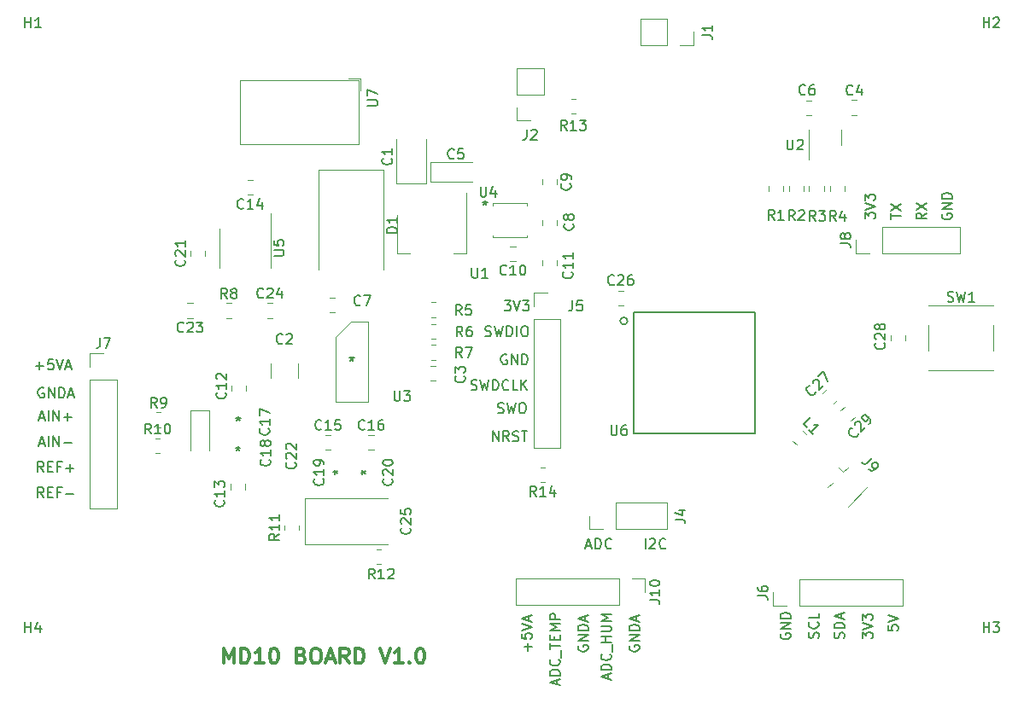
<source format=gbr>
%TF.GenerationSoftware,KiCad,Pcbnew,5.1.9+dfsg1-1*%
%TF.CreationDate,2022-02-14T10:27:32+01:00*%
%TF.ProjectId,wheather_board_v1 ,77686561-7468-4657-925f-626f6172645f,rev?*%
%TF.SameCoordinates,Original*%
%TF.FileFunction,Legend,Top*%
%TF.FilePolarity,Positive*%
%FSLAX46Y46*%
G04 Gerber Fmt 4.6, Leading zero omitted, Abs format (unit mm)*
G04 Created by KiCad (PCBNEW 5.1.9+dfsg1-1) date 2022-02-14 10:27:32*
%MOMM*%
%LPD*%
G01*
G04 APERTURE LIST*
%ADD10C,0.150000*%
%ADD11C,0.300000*%
%ADD12C,0.120000*%
G04 APERTURE END LIST*
D10*
X139581142Y-101798380D02*
X139581142Y-100798380D01*
X140152571Y-101798380D01*
X140152571Y-100798380D01*
X141200190Y-101798380D02*
X140866857Y-101322190D01*
X140628761Y-101798380D02*
X140628761Y-100798380D01*
X141009714Y-100798380D01*
X141104952Y-100846000D01*
X141152571Y-100893619D01*
X141200190Y-100988857D01*
X141200190Y-101131714D01*
X141152571Y-101226952D01*
X141104952Y-101274571D01*
X141009714Y-101322190D01*
X140628761Y-101322190D01*
X141581142Y-101750761D02*
X141724000Y-101798380D01*
X141962095Y-101798380D01*
X142057333Y-101750761D01*
X142104952Y-101703142D01*
X142152571Y-101607904D01*
X142152571Y-101512666D01*
X142104952Y-101417428D01*
X142057333Y-101369809D01*
X141962095Y-101322190D01*
X141771619Y-101274571D01*
X141676380Y-101226952D01*
X141628761Y-101179333D01*
X141581142Y-101084095D01*
X141581142Y-100988857D01*
X141628761Y-100893619D01*
X141676380Y-100846000D01*
X141771619Y-100798380D01*
X142009714Y-100798380D01*
X142152571Y-100846000D01*
X142438285Y-100798380D02*
X143009714Y-100798380D01*
X142724000Y-101798380D02*
X142724000Y-100798380D01*
X140097047Y-98956761D02*
X140239904Y-99004380D01*
X140478000Y-99004380D01*
X140573238Y-98956761D01*
X140620857Y-98909142D01*
X140668476Y-98813904D01*
X140668476Y-98718666D01*
X140620857Y-98623428D01*
X140573238Y-98575809D01*
X140478000Y-98528190D01*
X140287523Y-98480571D01*
X140192285Y-98432952D01*
X140144666Y-98385333D01*
X140097047Y-98290095D01*
X140097047Y-98194857D01*
X140144666Y-98099619D01*
X140192285Y-98052000D01*
X140287523Y-98004380D01*
X140525619Y-98004380D01*
X140668476Y-98052000D01*
X141001809Y-98004380D02*
X141239904Y-99004380D01*
X141430380Y-98290095D01*
X141620857Y-99004380D01*
X141858952Y-98004380D01*
X142430380Y-98004380D02*
X142620857Y-98004380D01*
X142716095Y-98052000D01*
X142811333Y-98147238D01*
X142858952Y-98337714D01*
X142858952Y-98671047D01*
X142811333Y-98861523D01*
X142716095Y-98956761D01*
X142620857Y-99004380D01*
X142430380Y-99004380D01*
X142335142Y-98956761D01*
X142239904Y-98861523D01*
X142192285Y-98671047D01*
X142192285Y-98337714D01*
X142239904Y-98147238D01*
X142335142Y-98052000D01*
X142430380Y-98004380D01*
X137446095Y-96670761D02*
X137588952Y-96718380D01*
X137827047Y-96718380D01*
X137922285Y-96670761D01*
X137969904Y-96623142D01*
X138017523Y-96527904D01*
X138017523Y-96432666D01*
X137969904Y-96337428D01*
X137922285Y-96289809D01*
X137827047Y-96242190D01*
X137636571Y-96194571D01*
X137541333Y-96146952D01*
X137493714Y-96099333D01*
X137446095Y-96004095D01*
X137446095Y-95908857D01*
X137493714Y-95813619D01*
X137541333Y-95766000D01*
X137636571Y-95718380D01*
X137874666Y-95718380D01*
X138017523Y-95766000D01*
X138350857Y-95718380D02*
X138588952Y-96718380D01*
X138779428Y-96004095D01*
X138969904Y-96718380D01*
X139208000Y-95718380D01*
X139588952Y-96718380D02*
X139588952Y-95718380D01*
X139827047Y-95718380D01*
X139969904Y-95766000D01*
X140065142Y-95861238D01*
X140112761Y-95956476D01*
X140160380Y-96146952D01*
X140160380Y-96289809D01*
X140112761Y-96480285D01*
X140065142Y-96575523D01*
X139969904Y-96670761D01*
X139827047Y-96718380D01*
X139588952Y-96718380D01*
X141160380Y-96623142D02*
X141112761Y-96670761D01*
X140969904Y-96718380D01*
X140874666Y-96718380D01*
X140731809Y-96670761D01*
X140636571Y-96575523D01*
X140588952Y-96480285D01*
X140541333Y-96289809D01*
X140541333Y-96146952D01*
X140588952Y-95956476D01*
X140636571Y-95861238D01*
X140731809Y-95766000D01*
X140874666Y-95718380D01*
X140969904Y-95718380D01*
X141112761Y-95766000D01*
X141160380Y-95813619D01*
X142065142Y-96718380D02*
X141588952Y-96718380D01*
X141588952Y-95718380D01*
X142398476Y-96718380D02*
X142398476Y-95718380D01*
X142969904Y-96718380D02*
X142541333Y-96146952D01*
X142969904Y-95718380D02*
X142398476Y-96289809D01*
X140970095Y-93226000D02*
X140874857Y-93178380D01*
X140732000Y-93178380D01*
X140589142Y-93226000D01*
X140493904Y-93321238D01*
X140446285Y-93416476D01*
X140398666Y-93606952D01*
X140398666Y-93749809D01*
X140446285Y-93940285D01*
X140493904Y-94035523D01*
X140589142Y-94130761D01*
X140732000Y-94178380D01*
X140827238Y-94178380D01*
X140970095Y-94130761D01*
X141017714Y-94083142D01*
X141017714Y-93749809D01*
X140827238Y-93749809D01*
X141446285Y-94178380D02*
X141446285Y-93178380D01*
X142017714Y-94178380D01*
X142017714Y-93178380D01*
X142493904Y-94178380D02*
X142493904Y-93178380D01*
X142732000Y-93178380D01*
X142874857Y-93226000D01*
X142970095Y-93321238D01*
X143017714Y-93416476D01*
X143065333Y-93606952D01*
X143065333Y-93749809D01*
X143017714Y-93940285D01*
X142970095Y-94035523D01*
X142874857Y-94130761D01*
X142732000Y-94178380D01*
X142493904Y-94178380D01*
X138850952Y-91336761D02*
X138993809Y-91384380D01*
X139231904Y-91384380D01*
X139327142Y-91336761D01*
X139374761Y-91289142D01*
X139422380Y-91193904D01*
X139422380Y-91098666D01*
X139374761Y-91003428D01*
X139327142Y-90955809D01*
X139231904Y-90908190D01*
X139041428Y-90860571D01*
X138946190Y-90812952D01*
X138898571Y-90765333D01*
X138850952Y-90670095D01*
X138850952Y-90574857D01*
X138898571Y-90479619D01*
X138946190Y-90432000D01*
X139041428Y-90384380D01*
X139279523Y-90384380D01*
X139422380Y-90432000D01*
X139755714Y-90384380D02*
X139993809Y-91384380D01*
X140184285Y-90670095D01*
X140374761Y-91384380D01*
X140612857Y-90384380D01*
X140993809Y-91384380D02*
X140993809Y-90384380D01*
X141231904Y-90384380D01*
X141374761Y-90432000D01*
X141470000Y-90527238D01*
X141517619Y-90622476D01*
X141565238Y-90812952D01*
X141565238Y-90955809D01*
X141517619Y-91146285D01*
X141470000Y-91241523D01*
X141374761Y-91336761D01*
X141231904Y-91384380D01*
X140993809Y-91384380D01*
X141993809Y-91384380D02*
X141993809Y-90384380D01*
X142660476Y-90384380D02*
X142850952Y-90384380D01*
X142946190Y-90432000D01*
X143041428Y-90527238D01*
X143089047Y-90717714D01*
X143089047Y-91051047D01*
X143041428Y-91241523D01*
X142946190Y-91336761D01*
X142850952Y-91384380D01*
X142660476Y-91384380D01*
X142565238Y-91336761D01*
X142470000Y-91241523D01*
X142422380Y-91051047D01*
X142422380Y-90717714D01*
X142470000Y-90527238D01*
X142565238Y-90432000D01*
X142660476Y-90384380D01*
X140747904Y-87844380D02*
X141366952Y-87844380D01*
X141033619Y-88225333D01*
X141176476Y-88225333D01*
X141271714Y-88272952D01*
X141319333Y-88320571D01*
X141366952Y-88415809D01*
X141366952Y-88653904D01*
X141319333Y-88749142D01*
X141271714Y-88796761D01*
X141176476Y-88844380D01*
X140890761Y-88844380D01*
X140795523Y-88796761D01*
X140747904Y-88749142D01*
X141652666Y-87844380D02*
X141986000Y-88844380D01*
X142319333Y-87844380D01*
X142557428Y-87844380D02*
X143176476Y-87844380D01*
X142843142Y-88225333D01*
X142986000Y-88225333D01*
X143081238Y-88272952D01*
X143128857Y-88320571D01*
X143176476Y-88415809D01*
X143176476Y-88653904D01*
X143128857Y-88749142D01*
X143081238Y-88796761D01*
X142986000Y-88844380D01*
X142700285Y-88844380D01*
X142605047Y-88796761D01*
X142557428Y-88749142D01*
X184158000Y-79247904D02*
X184110380Y-79343142D01*
X184110380Y-79486000D01*
X184158000Y-79628857D01*
X184253238Y-79724095D01*
X184348476Y-79771714D01*
X184538952Y-79819333D01*
X184681809Y-79819333D01*
X184872285Y-79771714D01*
X184967523Y-79724095D01*
X185062761Y-79628857D01*
X185110380Y-79486000D01*
X185110380Y-79390761D01*
X185062761Y-79247904D01*
X185015142Y-79200285D01*
X184681809Y-79200285D01*
X184681809Y-79390761D01*
X185110380Y-78771714D02*
X184110380Y-78771714D01*
X185110380Y-78200285D01*
X184110380Y-78200285D01*
X185110380Y-77724095D02*
X184110380Y-77724095D01*
X184110380Y-77486000D01*
X184158000Y-77343142D01*
X184253238Y-77247904D01*
X184348476Y-77200285D01*
X184538952Y-77152666D01*
X184681809Y-77152666D01*
X184872285Y-77200285D01*
X184967523Y-77247904D01*
X185062761Y-77343142D01*
X185110380Y-77486000D01*
X185110380Y-77724095D01*
X182570380Y-79160666D02*
X182094190Y-79494000D01*
X182570380Y-79732095D02*
X181570380Y-79732095D01*
X181570380Y-79351142D01*
X181618000Y-79255904D01*
X181665619Y-79208285D01*
X181760857Y-79160666D01*
X181903714Y-79160666D01*
X181998952Y-79208285D01*
X182046571Y-79255904D01*
X182094190Y-79351142D01*
X182094190Y-79732095D01*
X181570380Y-78827333D02*
X182570380Y-78160666D01*
X181570380Y-78160666D02*
X182570380Y-78827333D01*
X179030380Y-79755904D02*
X179030380Y-79184476D01*
X180030380Y-79470190D02*
X179030380Y-79470190D01*
X179030380Y-78946380D02*
X180030380Y-78279714D01*
X179030380Y-78279714D02*
X180030380Y-78946380D01*
X176490380Y-79724095D02*
X176490380Y-79105047D01*
X176871333Y-79438380D01*
X176871333Y-79295523D01*
X176918952Y-79200285D01*
X176966571Y-79152666D01*
X177061809Y-79105047D01*
X177299904Y-79105047D01*
X177395142Y-79152666D01*
X177442761Y-79200285D01*
X177490380Y-79295523D01*
X177490380Y-79581238D01*
X177442761Y-79676476D01*
X177395142Y-79724095D01*
X176490380Y-78819333D02*
X177490380Y-78486000D01*
X176490380Y-78152666D01*
X176490380Y-77914571D02*
X176490380Y-77295523D01*
X176871333Y-77628857D01*
X176871333Y-77486000D01*
X176918952Y-77390761D01*
X176966571Y-77343142D01*
X177061809Y-77295523D01*
X177299904Y-77295523D01*
X177395142Y-77343142D01*
X177442761Y-77390761D01*
X177490380Y-77486000D01*
X177490380Y-77771714D01*
X177442761Y-77866952D01*
X177395142Y-77914571D01*
X178776380Y-120078476D02*
X178776380Y-120554666D01*
X179252571Y-120602285D01*
X179204952Y-120554666D01*
X179157333Y-120459428D01*
X179157333Y-120221333D01*
X179204952Y-120126095D01*
X179252571Y-120078476D01*
X179347809Y-120030857D01*
X179585904Y-120030857D01*
X179681142Y-120078476D01*
X179728761Y-120126095D01*
X179776380Y-120221333D01*
X179776380Y-120459428D01*
X179728761Y-120554666D01*
X179681142Y-120602285D01*
X178776380Y-119745142D02*
X179776380Y-119411809D01*
X178776380Y-119078476D01*
X176236380Y-121380095D02*
X176236380Y-120761047D01*
X176617333Y-121094380D01*
X176617333Y-120951523D01*
X176664952Y-120856285D01*
X176712571Y-120808666D01*
X176807809Y-120761047D01*
X177045904Y-120761047D01*
X177141142Y-120808666D01*
X177188761Y-120856285D01*
X177236380Y-120951523D01*
X177236380Y-121237238D01*
X177188761Y-121332476D01*
X177141142Y-121380095D01*
X176236380Y-120475333D02*
X177236380Y-120142000D01*
X176236380Y-119808666D01*
X176236380Y-119570571D02*
X176236380Y-118951523D01*
X176617333Y-119284857D01*
X176617333Y-119142000D01*
X176664952Y-119046761D01*
X176712571Y-118999142D01*
X176807809Y-118951523D01*
X177045904Y-118951523D01*
X177141142Y-118999142D01*
X177188761Y-119046761D01*
X177236380Y-119142000D01*
X177236380Y-119427714D01*
X177188761Y-119522952D01*
X177141142Y-119570571D01*
X174394761Y-121356285D02*
X174442380Y-121213428D01*
X174442380Y-120975333D01*
X174394761Y-120880095D01*
X174347142Y-120832476D01*
X174251904Y-120784857D01*
X174156666Y-120784857D01*
X174061428Y-120832476D01*
X174013809Y-120880095D01*
X173966190Y-120975333D01*
X173918571Y-121165809D01*
X173870952Y-121261047D01*
X173823333Y-121308666D01*
X173728095Y-121356285D01*
X173632857Y-121356285D01*
X173537619Y-121308666D01*
X173490000Y-121261047D01*
X173442380Y-121165809D01*
X173442380Y-120927714D01*
X173490000Y-120784857D01*
X174442380Y-120356285D02*
X173442380Y-120356285D01*
X173442380Y-120118190D01*
X173490000Y-119975333D01*
X173585238Y-119880095D01*
X173680476Y-119832476D01*
X173870952Y-119784857D01*
X174013809Y-119784857D01*
X174204285Y-119832476D01*
X174299523Y-119880095D01*
X174394761Y-119975333D01*
X174442380Y-120118190D01*
X174442380Y-120356285D01*
X174156666Y-119403904D02*
X174156666Y-118927714D01*
X174442380Y-119499142D02*
X173442380Y-119165809D01*
X174442380Y-118832476D01*
X171854761Y-121332476D02*
X171902380Y-121189619D01*
X171902380Y-120951523D01*
X171854761Y-120856285D01*
X171807142Y-120808666D01*
X171711904Y-120761047D01*
X171616666Y-120761047D01*
X171521428Y-120808666D01*
X171473809Y-120856285D01*
X171426190Y-120951523D01*
X171378571Y-121142000D01*
X171330952Y-121237238D01*
X171283333Y-121284857D01*
X171188095Y-121332476D01*
X171092857Y-121332476D01*
X170997619Y-121284857D01*
X170950000Y-121237238D01*
X170902380Y-121142000D01*
X170902380Y-120903904D01*
X170950000Y-120761047D01*
X171807142Y-119761047D02*
X171854761Y-119808666D01*
X171902380Y-119951523D01*
X171902380Y-120046761D01*
X171854761Y-120189619D01*
X171759523Y-120284857D01*
X171664285Y-120332476D01*
X171473809Y-120380095D01*
X171330952Y-120380095D01*
X171140476Y-120332476D01*
X171045238Y-120284857D01*
X170950000Y-120189619D01*
X170902380Y-120046761D01*
X170902380Y-119951523D01*
X170950000Y-119808666D01*
X170997619Y-119761047D01*
X171902380Y-118856285D02*
X171902380Y-119332476D01*
X170902380Y-119332476D01*
X168156000Y-120903904D02*
X168108380Y-120999142D01*
X168108380Y-121142000D01*
X168156000Y-121284857D01*
X168251238Y-121380095D01*
X168346476Y-121427714D01*
X168536952Y-121475333D01*
X168679809Y-121475333D01*
X168870285Y-121427714D01*
X168965523Y-121380095D01*
X169060761Y-121284857D01*
X169108380Y-121142000D01*
X169108380Y-121046761D01*
X169060761Y-120903904D01*
X169013142Y-120856285D01*
X168679809Y-120856285D01*
X168679809Y-121046761D01*
X169108380Y-120427714D02*
X168108380Y-120427714D01*
X169108380Y-119856285D01*
X168108380Y-119856285D01*
X169108380Y-119380095D02*
X168108380Y-119380095D01*
X168108380Y-119142000D01*
X168156000Y-118999142D01*
X168251238Y-118903904D01*
X168346476Y-118856285D01*
X168536952Y-118808666D01*
X168679809Y-118808666D01*
X168870285Y-118856285D01*
X168965523Y-118903904D01*
X169060761Y-118999142D01*
X169108380Y-119142000D01*
X169108380Y-119380095D01*
X153170000Y-122094476D02*
X153122380Y-122189714D01*
X153122380Y-122332571D01*
X153170000Y-122475428D01*
X153265238Y-122570666D01*
X153360476Y-122618285D01*
X153550952Y-122665904D01*
X153693809Y-122665904D01*
X153884285Y-122618285D01*
X153979523Y-122570666D01*
X154074761Y-122475428D01*
X154122380Y-122332571D01*
X154122380Y-122237333D01*
X154074761Y-122094476D01*
X154027142Y-122046857D01*
X153693809Y-122046857D01*
X153693809Y-122237333D01*
X154122380Y-121618285D02*
X153122380Y-121618285D01*
X154122380Y-121046857D01*
X153122380Y-121046857D01*
X154122380Y-120570666D02*
X153122380Y-120570666D01*
X153122380Y-120332571D01*
X153170000Y-120189714D01*
X153265238Y-120094476D01*
X153360476Y-120046857D01*
X153550952Y-119999238D01*
X153693809Y-119999238D01*
X153884285Y-120046857D01*
X153979523Y-120094476D01*
X154074761Y-120189714D01*
X154122380Y-120332571D01*
X154122380Y-120570666D01*
X153836666Y-119618285D02*
X153836666Y-119142095D01*
X154122380Y-119713523D02*
X153122380Y-119380190D01*
X154122380Y-119046857D01*
X151042666Y-125412095D02*
X151042666Y-124935904D01*
X151328380Y-125507333D02*
X150328380Y-125174000D01*
X151328380Y-124840666D01*
X151328380Y-124507333D02*
X150328380Y-124507333D01*
X150328380Y-124269238D01*
X150376000Y-124126380D01*
X150471238Y-124031142D01*
X150566476Y-123983523D01*
X150756952Y-123935904D01*
X150899809Y-123935904D01*
X151090285Y-123983523D01*
X151185523Y-124031142D01*
X151280761Y-124126380D01*
X151328380Y-124269238D01*
X151328380Y-124507333D01*
X151233142Y-122935904D02*
X151280761Y-122983523D01*
X151328380Y-123126380D01*
X151328380Y-123221619D01*
X151280761Y-123364476D01*
X151185523Y-123459714D01*
X151090285Y-123507333D01*
X150899809Y-123554952D01*
X150756952Y-123554952D01*
X150566476Y-123507333D01*
X150471238Y-123459714D01*
X150376000Y-123364476D01*
X150328380Y-123221619D01*
X150328380Y-123126380D01*
X150376000Y-122983523D01*
X150423619Y-122935904D01*
X151423619Y-122745428D02*
X151423619Y-121983523D01*
X151328380Y-121745428D02*
X150328380Y-121745428D01*
X150804571Y-121745428D02*
X150804571Y-121174000D01*
X151328380Y-121174000D02*
X150328380Y-121174000D01*
X150328380Y-120697809D02*
X151137904Y-120697809D01*
X151233142Y-120650190D01*
X151280761Y-120602571D01*
X151328380Y-120507333D01*
X151328380Y-120316857D01*
X151280761Y-120221619D01*
X151233142Y-120174000D01*
X151137904Y-120126380D01*
X150328380Y-120126380D01*
X151328380Y-119650190D02*
X150328380Y-119650190D01*
X151042666Y-119316857D01*
X150328380Y-118983523D01*
X151328380Y-118983523D01*
X148090000Y-122094476D02*
X148042380Y-122189714D01*
X148042380Y-122332571D01*
X148090000Y-122475428D01*
X148185238Y-122570666D01*
X148280476Y-122618285D01*
X148470952Y-122665904D01*
X148613809Y-122665904D01*
X148804285Y-122618285D01*
X148899523Y-122570666D01*
X148994761Y-122475428D01*
X149042380Y-122332571D01*
X149042380Y-122237333D01*
X148994761Y-122094476D01*
X148947142Y-122046857D01*
X148613809Y-122046857D01*
X148613809Y-122237333D01*
X149042380Y-121618285D02*
X148042380Y-121618285D01*
X149042380Y-121046857D01*
X148042380Y-121046857D01*
X149042380Y-120570666D02*
X148042380Y-120570666D01*
X148042380Y-120332571D01*
X148090000Y-120189714D01*
X148185238Y-120094476D01*
X148280476Y-120046857D01*
X148470952Y-119999238D01*
X148613809Y-119999238D01*
X148804285Y-120046857D01*
X148899523Y-120094476D01*
X148994761Y-120189714D01*
X149042380Y-120332571D01*
X149042380Y-120570666D01*
X148756666Y-119618285D02*
X148756666Y-119142095D01*
X149042380Y-119713523D02*
X148042380Y-119380190D01*
X149042380Y-119046857D01*
X145962666Y-125951809D02*
X145962666Y-125475619D01*
X146248380Y-126047047D02*
X145248380Y-125713714D01*
X146248380Y-125380380D01*
X146248380Y-125047047D02*
X145248380Y-125047047D01*
X145248380Y-124808952D01*
X145296000Y-124666095D01*
X145391238Y-124570857D01*
X145486476Y-124523238D01*
X145676952Y-124475619D01*
X145819809Y-124475619D01*
X146010285Y-124523238D01*
X146105523Y-124570857D01*
X146200761Y-124666095D01*
X146248380Y-124808952D01*
X146248380Y-125047047D01*
X146153142Y-123475619D02*
X146200761Y-123523238D01*
X146248380Y-123666095D01*
X146248380Y-123761333D01*
X146200761Y-123904190D01*
X146105523Y-123999428D01*
X146010285Y-124047047D01*
X145819809Y-124094666D01*
X145676952Y-124094666D01*
X145486476Y-124047047D01*
X145391238Y-123999428D01*
X145296000Y-123904190D01*
X145248380Y-123761333D01*
X145248380Y-123666095D01*
X145296000Y-123523238D01*
X145343619Y-123475619D01*
X146343619Y-123285142D02*
X146343619Y-122523238D01*
X145248380Y-122428000D02*
X145248380Y-121856571D01*
X146248380Y-122142285D02*
X145248380Y-122142285D01*
X145724571Y-121523238D02*
X145724571Y-121189904D01*
X146248380Y-121047047D02*
X146248380Y-121523238D01*
X145248380Y-121523238D01*
X145248380Y-121047047D01*
X146248380Y-120618476D02*
X145248380Y-120618476D01*
X145962666Y-120285142D01*
X145248380Y-119951809D01*
X146248380Y-119951809D01*
X146248380Y-119475619D02*
X145248380Y-119475619D01*
X145248380Y-119094666D01*
X145296000Y-118999428D01*
X145343619Y-118951809D01*
X145438857Y-118904190D01*
X145581714Y-118904190D01*
X145676952Y-118951809D01*
X145724571Y-118999428D01*
X145772190Y-119094666D01*
X145772190Y-119475619D01*
X143073428Y-122618285D02*
X143073428Y-121856380D01*
X143454380Y-122237333D02*
X142692476Y-122237333D01*
X142454380Y-120904000D02*
X142454380Y-121380190D01*
X142930571Y-121427809D01*
X142882952Y-121380190D01*
X142835333Y-121284952D01*
X142835333Y-121046857D01*
X142882952Y-120951619D01*
X142930571Y-120904000D01*
X143025809Y-120856380D01*
X143263904Y-120856380D01*
X143359142Y-120904000D01*
X143406761Y-120951619D01*
X143454380Y-121046857D01*
X143454380Y-121284952D01*
X143406761Y-121380190D01*
X143359142Y-121427809D01*
X142454380Y-120570666D02*
X143454380Y-120237333D01*
X142454380Y-119904000D01*
X143168666Y-119618285D02*
X143168666Y-119142095D01*
X143454380Y-119713523D02*
X142454380Y-119380190D01*
X143454380Y-119046857D01*
X154725809Y-112466380D02*
X154725809Y-111466380D01*
X155154380Y-111561619D02*
X155202000Y-111514000D01*
X155297238Y-111466380D01*
X155535333Y-111466380D01*
X155630571Y-111514000D01*
X155678190Y-111561619D01*
X155725809Y-111656857D01*
X155725809Y-111752095D01*
X155678190Y-111894952D01*
X155106761Y-112466380D01*
X155725809Y-112466380D01*
X156725809Y-112371142D02*
X156678190Y-112418761D01*
X156535333Y-112466380D01*
X156440095Y-112466380D01*
X156297238Y-112418761D01*
X156202000Y-112323523D01*
X156154380Y-112228285D01*
X156106761Y-112037809D01*
X156106761Y-111894952D01*
X156154380Y-111704476D01*
X156202000Y-111609238D01*
X156297238Y-111514000D01*
X156440095Y-111466380D01*
X156535333Y-111466380D01*
X156678190Y-111514000D01*
X156725809Y-111561619D01*
X148875904Y-112180666D02*
X149352095Y-112180666D01*
X148780666Y-112466380D02*
X149114000Y-111466380D01*
X149447333Y-112466380D01*
X149780666Y-112466380D02*
X149780666Y-111466380D01*
X150018761Y-111466380D01*
X150161619Y-111514000D01*
X150256857Y-111609238D01*
X150304476Y-111704476D01*
X150352095Y-111894952D01*
X150352095Y-112037809D01*
X150304476Y-112228285D01*
X150256857Y-112323523D01*
X150161619Y-112418761D01*
X150018761Y-112466380D01*
X149780666Y-112466380D01*
X151352095Y-112371142D02*
X151304476Y-112418761D01*
X151161619Y-112466380D01*
X151066380Y-112466380D01*
X150923523Y-112418761D01*
X150828285Y-112323523D01*
X150780666Y-112228285D01*
X150733047Y-112037809D01*
X150733047Y-111894952D01*
X150780666Y-111704476D01*
X150828285Y-111609238D01*
X150923523Y-111514000D01*
X151066380Y-111466380D01*
X151161619Y-111466380D01*
X151304476Y-111514000D01*
X151352095Y-111561619D01*
X95075523Y-107386380D02*
X94742190Y-106910190D01*
X94504095Y-107386380D02*
X94504095Y-106386380D01*
X94885047Y-106386380D01*
X94980285Y-106434000D01*
X95027904Y-106481619D01*
X95075523Y-106576857D01*
X95075523Y-106719714D01*
X95027904Y-106814952D01*
X94980285Y-106862571D01*
X94885047Y-106910190D01*
X94504095Y-106910190D01*
X95504095Y-106862571D02*
X95837428Y-106862571D01*
X95980285Y-107386380D02*
X95504095Y-107386380D01*
X95504095Y-106386380D01*
X95980285Y-106386380D01*
X96742190Y-106862571D02*
X96408857Y-106862571D01*
X96408857Y-107386380D02*
X96408857Y-106386380D01*
X96885047Y-106386380D01*
X97266000Y-107005428D02*
X98027904Y-107005428D01*
X95075523Y-104846380D02*
X94742190Y-104370190D01*
X94504095Y-104846380D02*
X94504095Y-103846380D01*
X94885047Y-103846380D01*
X94980285Y-103894000D01*
X95027904Y-103941619D01*
X95075523Y-104036857D01*
X95075523Y-104179714D01*
X95027904Y-104274952D01*
X94980285Y-104322571D01*
X94885047Y-104370190D01*
X94504095Y-104370190D01*
X95504095Y-104322571D02*
X95837428Y-104322571D01*
X95980285Y-104846380D02*
X95504095Y-104846380D01*
X95504095Y-103846380D01*
X95980285Y-103846380D01*
X96742190Y-104322571D02*
X96408857Y-104322571D01*
X96408857Y-104846380D02*
X96408857Y-103846380D01*
X96885047Y-103846380D01*
X97266000Y-104465428D02*
X98027904Y-104465428D01*
X97646952Y-104846380D02*
X97646952Y-104084476D01*
X94646952Y-102020666D02*
X95123142Y-102020666D01*
X94551714Y-102306380D02*
X94885047Y-101306380D01*
X95218380Y-102306380D01*
X95551714Y-102306380D02*
X95551714Y-101306380D01*
X96027904Y-102306380D02*
X96027904Y-101306380D01*
X96599333Y-102306380D01*
X96599333Y-101306380D01*
X97075523Y-101925428D02*
X97837428Y-101925428D01*
X94646952Y-99480666D02*
X95123142Y-99480666D01*
X94551714Y-99766380D02*
X94885047Y-98766380D01*
X95218380Y-99766380D01*
X95551714Y-99766380D02*
X95551714Y-98766380D01*
X96027904Y-99766380D02*
X96027904Y-98766380D01*
X96599333Y-99766380D01*
X96599333Y-98766380D01*
X97075523Y-99385428D02*
X97837428Y-99385428D01*
X97456476Y-99766380D02*
X97456476Y-99004476D01*
X94297714Y-94305428D02*
X95059619Y-94305428D01*
X94678666Y-94686380D02*
X94678666Y-93924476D01*
X96012000Y-93686380D02*
X95535809Y-93686380D01*
X95488190Y-94162571D01*
X95535809Y-94114952D01*
X95631047Y-94067333D01*
X95869142Y-94067333D01*
X95964380Y-94114952D01*
X96012000Y-94162571D01*
X96059619Y-94257809D01*
X96059619Y-94495904D01*
X96012000Y-94591142D01*
X95964380Y-94638761D01*
X95869142Y-94686380D01*
X95631047Y-94686380D01*
X95535809Y-94638761D01*
X95488190Y-94591142D01*
X96345333Y-93686380D02*
X96678666Y-94686380D01*
X97012000Y-93686380D01*
X97297714Y-94400666D02*
X97773904Y-94400666D01*
X97202476Y-94686380D02*
X97535809Y-93686380D01*
X97869142Y-94686380D01*
X95075523Y-96528000D02*
X94980285Y-96480380D01*
X94837428Y-96480380D01*
X94694571Y-96528000D01*
X94599333Y-96623238D01*
X94551714Y-96718476D01*
X94504095Y-96908952D01*
X94504095Y-97051809D01*
X94551714Y-97242285D01*
X94599333Y-97337523D01*
X94694571Y-97432761D01*
X94837428Y-97480380D01*
X94932666Y-97480380D01*
X95075523Y-97432761D01*
X95123142Y-97385142D01*
X95123142Y-97051809D01*
X94932666Y-97051809D01*
X95551714Y-97480380D02*
X95551714Y-96480380D01*
X96123142Y-97480380D01*
X96123142Y-96480380D01*
X96599333Y-97480380D02*
X96599333Y-96480380D01*
X96837428Y-96480380D01*
X96980285Y-96528000D01*
X97075523Y-96623238D01*
X97123142Y-96718476D01*
X97170761Y-96908952D01*
X97170761Y-97051809D01*
X97123142Y-97242285D01*
X97075523Y-97337523D01*
X96980285Y-97432761D01*
X96837428Y-97480380D01*
X96599333Y-97480380D01*
X97551714Y-97194666D02*
X98027904Y-97194666D01*
X97456476Y-97480380D02*
X97789809Y-96480380D01*
X98123142Y-97480380D01*
D11*
X112905828Y-123843171D02*
X112905828Y-122343171D01*
X113405828Y-123414600D01*
X113905828Y-122343171D01*
X113905828Y-123843171D01*
X114620114Y-123843171D02*
X114620114Y-122343171D01*
X114977257Y-122343171D01*
X115191542Y-122414600D01*
X115334400Y-122557457D01*
X115405828Y-122700314D01*
X115477257Y-122986028D01*
X115477257Y-123200314D01*
X115405828Y-123486028D01*
X115334400Y-123628885D01*
X115191542Y-123771742D01*
X114977257Y-123843171D01*
X114620114Y-123843171D01*
X116905828Y-123843171D02*
X116048685Y-123843171D01*
X116477257Y-123843171D02*
X116477257Y-122343171D01*
X116334400Y-122557457D01*
X116191542Y-122700314D01*
X116048685Y-122771742D01*
X117834400Y-122343171D02*
X117977257Y-122343171D01*
X118120114Y-122414600D01*
X118191542Y-122486028D01*
X118262971Y-122628885D01*
X118334400Y-122914600D01*
X118334400Y-123271742D01*
X118262971Y-123557457D01*
X118191542Y-123700314D01*
X118120114Y-123771742D01*
X117977257Y-123843171D01*
X117834400Y-123843171D01*
X117691542Y-123771742D01*
X117620114Y-123700314D01*
X117548685Y-123557457D01*
X117477257Y-123271742D01*
X117477257Y-122914600D01*
X117548685Y-122628885D01*
X117620114Y-122486028D01*
X117691542Y-122414600D01*
X117834400Y-122343171D01*
X120620114Y-123057457D02*
X120834400Y-123128885D01*
X120905828Y-123200314D01*
X120977257Y-123343171D01*
X120977257Y-123557457D01*
X120905828Y-123700314D01*
X120834400Y-123771742D01*
X120691542Y-123843171D01*
X120120114Y-123843171D01*
X120120114Y-122343171D01*
X120620114Y-122343171D01*
X120762971Y-122414600D01*
X120834400Y-122486028D01*
X120905828Y-122628885D01*
X120905828Y-122771742D01*
X120834400Y-122914600D01*
X120762971Y-122986028D01*
X120620114Y-123057457D01*
X120120114Y-123057457D01*
X121905828Y-122343171D02*
X122191542Y-122343171D01*
X122334400Y-122414600D01*
X122477257Y-122557457D01*
X122548685Y-122843171D01*
X122548685Y-123343171D01*
X122477257Y-123628885D01*
X122334400Y-123771742D01*
X122191542Y-123843171D01*
X121905828Y-123843171D01*
X121762971Y-123771742D01*
X121620114Y-123628885D01*
X121548685Y-123343171D01*
X121548685Y-122843171D01*
X121620114Y-122557457D01*
X121762971Y-122414600D01*
X121905828Y-122343171D01*
X123120114Y-123414600D02*
X123834400Y-123414600D01*
X122977257Y-123843171D02*
X123477257Y-122343171D01*
X123977257Y-123843171D01*
X125334400Y-123843171D02*
X124834400Y-123128885D01*
X124477257Y-123843171D02*
X124477257Y-122343171D01*
X125048685Y-122343171D01*
X125191542Y-122414600D01*
X125262971Y-122486028D01*
X125334400Y-122628885D01*
X125334400Y-122843171D01*
X125262971Y-122986028D01*
X125191542Y-123057457D01*
X125048685Y-123128885D01*
X124477257Y-123128885D01*
X125977257Y-123843171D02*
X125977257Y-122343171D01*
X126334400Y-122343171D01*
X126548685Y-122414600D01*
X126691542Y-122557457D01*
X126762971Y-122700314D01*
X126834400Y-122986028D01*
X126834400Y-123200314D01*
X126762971Y-123486028D01*
X126691542Y-123628885D01*
X126548685Y-123771742D01*
X126334400Y-123843171D01*
X125977257Y-123843171D01*
X128405828Y-122343171D02*
X128905828Y-123843171D01*
X129405828Y-122343171D01*
X130691542Y-123843171D02*
X129834400Y-123843171D01*
X130262971Y-123843171D02*
X130262971Y-122343171D01*
X130120114Y-122557457D01*
X129977257Y-122700314D01*
X129834400Y-122771742D01*
X131334400Y-123700314D02*
X131405828Y-123771742D01*
X131334400Y-123843171D01*
X131262971Y-123771742D01*
X131334400Y-123700314D01*
X131334400Y-123843171D01*
X132334400Y-122343171D02*
X132477257Y-122343171D01*
X132620114Y-122414600D01*
X132691542Y-122486028D01*
X132762971Y-122628885D01*
X132834400Y-122914600D01*
X132834400Y-123271742D01*
X132762971Y-123557457D01*
X132691542Y-123700314D01*
X132620114Y-123771742D01*
X132477257Y-123843171D01*
X132334400Y-123843171D01*
X132191542Y-123771742D01*
X132120114Y-123700314D01*
X132048685Y-123557457D01*
X131977257Y-123271742D01*
X131977257Y-122914600D01*
X132048685Y-122628885D01*
X132120114Y-122486028D01*
X132191542Y-122414600D01*
X132334400Y-122343171D01*
D12*
%TO.C,C7*%
X123929952Y-89025400D02*
X123407448Y-89025400D01*
X123929952Y-87555400D02*
X123407448Y-87555400D01*
%TO.C,J2*%
X144636800Y-67386200D02*
X141976800Y-67386200D01*
X144636800Y-67386200D02*
X144636800Y-64786200D01*
X144636800Y-64786200D02*
X141976800Y-64786200D01*
X141976800Y-67386200D02*
X141976800Y-64786200D01*
X141976800Y-69986200D02*
X141976800Y-68656200D01*
X143306800Y-69986200D02*
X141976800Y-69986200D01*
%TO.C,J1*%
X156870400Y-59858600D02*
X156870400Y-62518600D01*
X156870400Y-59858600D02*
X154270400Y-59858600D01*
X154270400Y-59858600D02*
X154270400Y-62518600D01*
X156870400Y-62518600D02*
X154270400Y-62518600D01*
X159470400Y-62518600D02*
X158140400Y-62518600D01*
X159470400Y-61188600D02*
X159470400Y-62518600D01*
%TO.C,SW1*%
X189251800Y-88326400D02*
X189251800Y-88356400D01*
X189251800Y-94786400D02*
X189251800Y-94756400D01*
X182791800Y-94786400D02*
X182791800Y-94756400D01*
X182791800Y-88356400D02*
X182791800Y-88326400D01*
X189251800Y-90256400D02*
X189251800Y-92856400D01*
X182791800Y-88326400D02*
X189251800Y-88326400D01*
X182791800Y-90256400D02*
X182791800Y-92856400D01*
X182791800Y-94786400D02*
X189251800Y-94786400D01*
%TO.C,C25*%
X129202600Y-107493400D02*
X120967600Y-107493400D01*
X120967600Y-107493400D02*
X120967600Y-112013400D01*
X120967600Y-112013400D02*
X129202600Y-112013400D01*
%TO.C,R14*%
X144769064Y-105891000D02*
X144314936Y-105891000D01*
X144769064Y-104421000D02*
X144314936Y-104421000D01*
%TO.C,U4*%
X142976600Y-78396659D02*
X142976600Y-78206600D01*
X139623800Y-81369341D02*
X139623800Y-81559400D01*
X139623800Y-78206600D02*
X139623800Y-78396659D01*
X142976600Y-78206600D02*
X139623800Y-78206600D01*
X142976600Y-81559400D02*
X142976600Y-81369341D01*
X139623800Y-81559400D02*
X142976600Y-81559400D01*
%TO.C,U5*%
X112476600Y-82626200D02*
X112476600Y-84576200D01*
X112476600Y-82626200D02*
X112476600Y-80676200D01*
X117596600Y-82626200D02*
X117596600Y-84576200D01*
X117596600Y-82626200D02*
X117596600Y-79176200D01*
%TO.C,U2*%
X174177600Y-72390000D02*
X174177600Y-70890000D01*
X170957600Y-73890000D02*
X170957600Y-70890000D01*
%TO.C,U1*%
X130117400Y-83150600D02*
X131377400Y-83150600D01*
X136937400Y-83150600D02*
X135677400Y-83150600D01*
X130117400Y-79390600D02*
X130117400Y-83150600D01*
X136937400Y-77140600D02*
X136937400Y-83150600D01*
%TO.C,R13*%
X147817064Y-69315000D02*
X147362936Y-69315000D01*
X147817064Y-67845000D02*
X147362936Y-67845000D01*
%TO.C,R12*%
X128058936Y-112523600D02*
X128513064Y-112523600D01*
X128058936Y-113993600D02*
X128513064Y-113993600D01*
%TO.C,R11*%
X118899000Y-110590064D02*
X118899000Y-110135936D01*
X120369000Y-110590064D02*
X120369000Y-110135936D01*
%TO.C,R10*%
X106138736Y-101525400D02*
X106592864Y-101525400D01*
X106138736Y-102995400D02*
X106592864Y-102995400D01*
%TO.C,R9*%
X106224336Y-98934600D02*
X106678464Y-98934600D01*
X106224336Y-100404600D02*
X106678464Y-100404600D01*
%TO.C,R8*%
X113199936Y-88114200D02*
X113654064Y-88114200D01*
X113199936Y-89584200D02*
X113654064Y-89584200D01*
%TO.C,R7*%
X133948664Y-93724400D02*
X133494536Y-93724400D01*
X133948664Y-92254400D02*
X133494536Y-92254400D01*
%TO.C,R6*%
X133923264Y-91641600D02*
X133469136Y-91641600D01*
X133923264Y-90171600D02*
X133469136Y-90171600D01*
%TO.C,R5*%
X133923264Y-89482600D02*
X133469136Y-89482600D01*
X133923264Y-88012600D02*
X133469136Y-88012600D01*
%TO.C,R4*%
X173026400Y-76969864D02*
X173026400Y-76515736D01*
X174496400Y-76969864D02*
X174496400Y-76515736D01*
%TO.C,R3*%
X170943600Y-76944464D02*
X170943600Y-76490336D01*
X172413600Y-76944464D02*
X172413600Y-76490336D01*
%TO.C,R2*%
X168962400Y-76969864D02*
X168962400Y-76515736D01*
X170432400Y-76969864D02*
X170432400Y-76515736D01*
%TO.C,R1*%
X166930400Y-76951064D02*
X166930400Y-76496936D01*
X168400400Y-76951064D02*
X168400400Y-76496936D01*
%TO.C,L1*%
X170331329Y-100747237D02*
X170700795Y-101116703D01*
X169327237Y-101751329D02*
X169696703Y-102120795D01*
%TO.C,J9*%
X176692077Y-106362547D02*
X174782889Y-108271735D01*
X174351554Y-104856409D02*
X173906076Y-104410932D01*
X172824203Y-106383760D02*
X173276751Y-105931212D01*
X174804102Y-104403861D02*
X174351554Y-104856409D01*
%TO.C,J8*%
X185886400Y-83168800D02*
X185886400Y-80508800D01*
X178206400Y-83168800D02*
X185886400Y-83168800D01*
X178206400Y-80508800D02*
X185886400Y-80508800D01*
X178206400Y-83168800D02*
X178206400Y-80508800D01*
X176936400Y-83168800D02*
X175606400Y-83168800D01*
X175606400Y-83168800D02*
X175606400Y-81838800D01*
%TO.C,J7*%
X99660400Y-108441800D02*
X102320400Y-108441800D01*
X99660400Y-95681800D02*
X99660400Y-108441800D01*
X102320400Y-95681800D02*
X102320400Y-108441800D01*
X99660400Y-95681800D02*
X102320400Y-95681800D01*
X99660400Y-94411800D02*
X99660400Y-93081800D01*
X99660400Y-93081800D02*
X100990400Y-93081800D01*
%TO.C,J6*%
X180220000Y-118140000D02*
X180220000Y-115480000D01*
X170000000Y-118140000D02*
X180220000Y-118140000D01*
X170000000Y-115480000D02*
X180220000Y-115480000D01*
X170000000Y-118140000D02*
X170000000Y-115480000D01*
X168730000Y-118140000D02*
X167400000Y-118140000D01*
X167400000Y-118140000D02*
X167400000Y-116810000D01*
%TO.C,D1*%
X122290000Y-74870000D02*
X128790000Y-74870000D01*
X122290000Y-74870000D02*
X122290000Y-84770000D01*
X128790000Y-74870000D02*
X128790000Y-84770000D01*
%TO.C,C29*%
X174069966Y-98753387D02*
X174439433Y-98383920D01*
X175109413Y-99792834D02*
X175478880Y-99423367D01*
%TO.C,C28*%
X180490800Y-91254948D02*
X180490800Y-91777452D01*
X179020800Y-91254948D02*
X179020800Y-91777452D01*
%TO.C,C27*%
X172297920Y-97020233D02*
X172667387Y-96650766D01*
X173337367Y-98059680D02*
X173706834Y-97690213D01*
%TO.C,C26*%
X152530352Y-88365000D02*
X152007848Y-88365000D01*
X152530352Y-86895000D02*
X152007848Y-86895000D01*
%TO.C,C24*%
X117235248Y-88088800D02*
X117757752Y-88088800D01*
X117235248Y-89558800D02*
X117757752Y-89558800D01*
%TO.C,C23*%
X109836852Y-89584200D02*
X109314348Y-89584200D01*
X109836852Y-88114200D02*
X109314348Y-88114200D01*
%TO.C,C21*%
X109602600Y-83424752D02*
X109602600Y-82902248D01*
X111072600Y-83424752D02*
X111072600Y-82902248D01*
%TO.C,C16*%
X127268248Y-101169800D02*
X127790752Y-101169800D01*
X127268248Y-102639800D02*
X127790752Y-102639800D01*
%TO.C,C15*%
X123001048Y-101169800D02*
X123523552Y-101169800D01*
X123001048Y-102639800D02*
X123523552Y-102639800D01*
%TO.C,C14*%
X115791252Y-77345000D02*
X115268748Y-77345000D01*
X115791252Y-75875000D02*
X115268748Y-75875000D01*
%TO.C,C13*%
X115065000Y-106056248D02*
X115065000Y-106578752D01*
X113595000Y-106056248D02*
X113595000Y-106578752D01*
%TO.C,C12*%
X115125000Y-96251248D02*
X115125000Y-96773752D01*
X113655000Y-96251248D02*
X113655000Y-96773752D01*
%TO.C,C11*%
X145946800Y-83838148D02*
X145946800Y-84360652D01*
X144476800Y-83838148D02*
X144476800Y-84360652D01*
%TO.C,C10*%
X141840852Y-83920000D02*
X141318348Y-83920000D01*
X141840852Y-82450000D02*
X141318348Y-82450000D01*
%TO.C,C9*%
X145946800Y-75815648D02*
X145946800Y-76338152D01*
X144476800Y-75815648D02*
X144476800Y-76338152D01*
%TO.C,C8*%
X144476800Y-80368952D02*
X144476800Y-79846448D01*
X145946800Y-80368952D02*
X145946800Y-79846448D01*
%TO.C,C6*%
X171203252Y-69467400D02*
X170680748Y-69467400D01*
X171203252Y-67997400D02*
X170680748Y-67997400D01*
%TO.C,C5*%
X137530500Y-74147400D02*
X133445500Y-74147400D01*
X133445500Y-74147400D02*
X133445500Y-76017400D01*
X133445500Y-76017400D02*
X137530500Y-76017400D01*
%TO.C,C4*%
X175180448Y-67946600D02*
X175702952Y-67946600D01*
X175180448Y-69416600D02*
X175702952Y-69416600D01*
%TO.C,C3*%
X133422848Y-94311800D02*
X133945352Y-94311800D01*
X133422848Y-95781800D02*
X133945352Y-95781800D01*
%TO.C,C2*%
X120333600Y-94093848D02*
X120333600Y-95516352D01*
X117613600Y-94093848D02*
X117613600Y-95516352D01*
%TO.C,C1*%
X130011200Y-71808400D02*
X130011200Y-76193400D01*
X130011200Y-76193400D02*
X133031200Y-76193400D01*
X133031200Y-76193400D02*
X133031200Y-71808400D01*
%TO.C,J10*%
X141870000Y-115420000D02*
X141870000Y-118080000D01*
X152090000Y-115420000D02*
X141870000Y-115420000D01*
X152090000Y-118080000D02*
X141870000Y-118080000D01*
X152090000Y-115420000D02*
X152090000Y-118080000D01*
X153360000Y-115420000D02*
X154690000Y-115420000D01*
X154690000Y-115420000D02*
X154690000Y-116750000D01*
%TO.C,J5*%
X143653200Y-102447400D02*
X146313200Y-102447400D01*
X143653200Y-89687400D02*
X143653200Y-102447400D01*
X146313200Y-89687400D02*
X146313200Y-102447400D01*
X143653200Y-89687400D02*
X146313200Y-89687400D01*
X143653200Y-88417400D02*
X143653200Y-87087400D01*
X143653200Y-87087400D02*
X144983200Y-87087400D01*
%TO.C,J4*%
X156900000Y-110550000D02*
X156900000Y-107890000D01*
X151760000Y-110550000D02*
X156900000Y-110550000D01*
X151760000Y-107890000D02*
X156900000Y-107890000D01*
X151760000Y-110550000D02*
X151760000Y-107890000D01*
X150490000Y-110550000D02*
X149160000Y-110550000D01*
X149160000Y-110550000D02*
X149160000Y-109220000D01*
%TO.C,U3*%
X125514402Y-89979198D02*
X127203002Y-89979198D01*
X124003001Y-91490599D02*
X125514402Y-89979198D01*
X124003001Y-97879197D02*
X124003001Y-91490599D01*
X127203002Y-97879197D02*
X127203002Y-89979198D01*
X124003001Y-97879197D02*
X127203002Y-97879197D01*
D10*
%TO.C,U6*%
X152945153Y-89867000D02*
G75*
G03*
X152945153Y-89867000I-362353J0D01*
G01*
X153562800Y-101027000D02*
X153562800Y-89027000D01*
X165562800Y-101027000D02*
X153562800Y-101027000D01*
X165562800Y-89027000D02*
X165562800Y-101027000D01*
X153562800Y-89027000D02*
X165562800Y-89027000D01*
D12*
%TO.C,U7*%
X126310000Y-72320000D02*
X114540000Y-72320000D01*
X126310000Y-72320000D02*
X126310000Y-65980000D01*
X126310000Y-65980000D02*
X114540000Y-65980000D01*
X114540000Y-72320000D02*
X114540000Y-65980000D01*
X126510000Y-66980000D02*
X126510000Y-65780000D01*
X126510000Y-65780000D02*
X125310000Y-65780000D01*
%TO.C,C22*%
X109595000Y-98780000D02*
X109595000Y-102690000D01*
X111465000Y-98780000D02*
X109595000Y-98780000D01*
X111465000Y-102690000D02*
X111465000Y-98780000D01*
%TO.C,C19*%
D10*
X122759742Y-105544857D02*
X122807361Y-105592476D01*
X122854980Y-105735333D01*
X122854980Y-105830571D01*
X122807361Y-105973428D01*
X122712123Y-106068666D01*
X122616885Y-106116285D01*
X122426409Y-106163904D01*
X122283552Y-106163904D01*
X122093076Y-106116285D01*
X121997838Y-106068666D01*
X121902600Y-105973428D01*
X121854980Y-105830571D01*
X121854980Y-105735333D01*
X121902600Y-105592476D01*
X121950219Y-105544857D01*
X122854980Y-104592476D02*
X122854980Y-105163904D01*
X122854980Y-104878190D02*
X121854980Y-104878190D01*
X121997838Y-104973428D01*
X122093076Y-105068666D01*
X122140695Y-105163904D01*
X122854980Y-104116285D02*
X122854980Y-103925809D01*
X122807361Y-103830571D01*
X122759742Y-103782952D01*
X122616885Y-103687714D01*
X122426409Y-103640095D01*
X122045457Y-103640095D01*
X121950219Y-103687714D01*
X121902600Y-103735333D01*
X121854980Y-103830571D01*
X121854980Y-104021047D01*
X121902600Y-104116285D01*
X121950219Y-104163904D01*
X122045457Y-104211523D01*
X122283552Y-104211523D01*
X122378790Y-104163904D01*
X122426409Y-104116285D01*
X122474028Y-104021047D01*
X122474028Y-103830571D01*
X122426409Y-103735333D01*
X122378790Y-103687714D01*
X122283552Y-103640095D01*
X123798080Y-104876600D02*
X124036176Y-104876600D01*
X123940938Y-105114695D02*
X124036176Y-104876600D01*
X123940938Y-104638504D01*
X124226652Y-105019457D02*
X124036176Y-104876600D01*
X124226652Y-104733742D01*
%TO.C,C7*%
X126477733Y-88241142D02*
X126430114Y-88288761D01*
X126287257Y-88336380D01*
X126192019Y-88336380D01*
X126049161Y-88288761D01*
X125953923Y-88193523D01*
X125906304Y-88098285D01*
X125858685Y-87907809D01*
X125858685Y-87764952D01*
X125906304Y-87574476D01*
X125953923Y-87479238D01*
X126049161Y-87384000D01*
X126192019Y-87336380D01*
X126287257Y-87336380D01*
X126430114Y-87384000D01*
X126477733Y-87431619D01*
X126811066Y-87336380D02*
X127477733Y-87336380D01*
X127049161Y-88336380D01*
%TO.C,J2*%
X142973466Y-70878580D02*
X142973466Y-71592866D01*
X142925847Y-71735723D01*
X142830609Y-71830961D01*
X142687752Y-71878580D01*
X142592514Y-71878580D01*
X143402038Y-70973819D02*
X143449657Y-70926200D01*
X143544895Y-70878580D01*
X143782990Y-70878580D01*
X143878228Y-70926200D01*
X143925847Y-70973819D01*
X143973466Y-71069057D01*
X143973466Y-71164295D01*
X143925847Y-71307152D01*
X143354419Y-71878580D01*
X143973466Y-71878580D01*
%TO.C,J1*%
X160362780Y-61521933D02*
X161077066Y-61521933D01*
X161219923Y-61569552D01*
X161315161Y-61664790D01*
X161362780Y-61807647D01*
X161362780Y-61902885D01*
X161362780Y-60521933D02*
X161362780Y-61093361D01*
X161362780Y-60807647D02*
X160362780Y-60807647D01*
X160505638Y-60902885D01*
X160600876Y-60998123D01*
X160648495Y-61093361D01*
%TO.C,SW1*%
X184688466Y-87911161D02*
X184831323Y-87958780D01*
X185069419Y-87958780D01*
X185164657Y-87911161D01*
X185212276Y-87863542D01*
X185259895Y-87768304D01*
X185259895Y-87673066D01*
X185212276Y-87577828D01*
X185164657Y-87530209D01*
X185069419Y-87482590D01*
X184878942Y-87434971D01*
X184783704Y-87387352D01*
X184736085Y-87339733D01*
X184688466Y-87244495D01*
X184688466Y-87149257D01*
X184736085Y-87054019D01*
X184783704Y-87006400D01*
X184878942Y-86958780D01*
X185117038Y-86958780D01*
X185259895Y-87006400D01*
X185593228Y-86958780D02*
X185831323Y-87958780D01*
X186021800Y-87244495D01*
X186212276Y-87958780D01*
X186450371Y-86958780D01*
X187355133Y-87958780D02*
X186783704Y-87958780D01*
X187069419Y-87958780D02*
X187069419Y-86958780D01*
X186974180Y-87101638D01*
X186878942Y-87196876D01*
X186783704Y-87244495D01*
%TO.C,C25*%
X131370342Y-110396257D02*
X131417961Y-110443876D01*
X131465580Y-110586733D01*
X131465580Y-110681971D01*
X131417961Y-110824828D01*
X131322723Y-110920066D01*
X131227485Y-110967685D01*
X131037009Y-111015304D01*
X130894152Y-111015304D01*
X130703676Y-110967685D01*
X130608438Y-110920066D01*
X130513200Y-110824828D01*
X130465580Y-110681971D01*
X130465580Y-110586733D01*
X130513200Y-110443876D01*
X130560819Y-110396257D01*
X130560819Y-110015304D02*
X130513200Y-109967685D01*
X130465580Y-109872447D01*
X130465580Y-109634352D01*
X130513200Y-109539114D01*
X130560819Y-109491495D01*
X130656057Y-109443876D01*
X130751295Y-109443876D01*
X130894152Y-109491495D01*
X131465580Y-110062923D01*
X131465580Y-109443876D01*
X130465580Y-108539114D02*
X130465580Y-109015304D01*
X130941771Y-109062923D01*
X130894152Y-109015304D01*
X130846533Y-108920066D01*
X130846533Y-108681971D01*
X130894152Y-108586733D01*
X130941771Y-108539114D01*
X131037009Y-108491495D01*
X131275104Y-108491495D01*
X131370342Y-108539114D01*
X131417961Y-108586733D01*
X131465580Y-108681971D01*
X131465580Y-108920066D01*
X131417961Y-109015304D01*
X131370342Y-109062923D01*
%TO.C,R14*%
X143899142Y-107258380D02*
X143565809Y-106782190D01*
X143327714Y-107258380D02*
X143327714Y-106258380D01*
X143708666Y-106258380D01*
X143803904Y-106306000D01*
X143851523Y-106353619D01*
X143899142Y-106448857D01*
X143899142Y-106591714D01*
X143851523Y-106686952D01*
X143803904Y-106734571D01*
X143708666Y-106782190D01*
X143327714Y-106782190D01*
X144851523Y-107258380D02*
X144280095Y-107258380D01*
X144565809Y-107258380D02*
X144565809Y-106258380D01*
X144470571Y-106401238D01*
X144375333Y-106496476D01*
X144280095Y-106544095D01*
X145708666Y-106591714D02*
X145708666Y-107258380D01*
X145470571Y-106210761D02*
X145232476Y-106925047D01*
X145851523Y-106925047D01*
%TO.C,U4*%
X138379295Y-76541380D02*
X138379295Y-77350904D01*
X138426914Y-77446142D01*
X138474533Y-77493761D01*
X138569771Y-77541380D01*
X138760247Y-77541380D01*
X138855485Y-77493761D01*
X138903104Y-77446142D01*
X138950723Y-77350904D01*
X138950723Y-76541380D01*
X139855485Y-76874714D02*
X139855485Y-77541380D01*
X139617390Y-76493761D02*
X139379295Y-77208047D01*
X139998342Y-77208047D01*
X138815801Y-77910380D02*
X138815801Y-78148476D01*
X138577705Y-78053238D02*
X138815801Y-78148476D01*
X139053896Y-78053238D01*
X138672943Y-78338952D02*
X138815801Y-78148476D01*
X138958658Y-78338952D01*
X138815801Y-77910380D02*
X138815801Y-78148476D01*
X138577705Y-78053238D02*
X138815801Y-78148476D01*
X139053896Y-78053238D01*
X138672943Y-78338952D02*
X138815801Y-78148476D01*
X138958658Y-78338952D01*
%TO.C,U5*%
X117888980Y-83388104D02*
X118698504Y-83388104D01*
X118793742Y-83340485D01*
X118841361Y-83292866D01*
X118888980Y-83197628D01*
X118888980Y-83007152D01*
X118841361Y-82911914D01*
X118793742Y-82864295D01*
X118698504Y-82816676D01*
X117888980Y-82816676D01*
X117888980Y-81864295D02*
X117888980Y-82340485D01*
X118365171Y-82388104D01*
X118317552Y-82340485D01*
X118269933Y-82245247D01*
X118269933Y-82007152D01*
X118317552Y-81911914D01*
X118365171Y-81864295D01*
X118460409Y-81816676D01*
X118698504Y-81816676D01*
X118793742Y-81864295D01*
X118841361Y-81911914D01*
X118888980Y-82007152D01*
X118888980Y-82245247D01*
X118841361Y-82340485D01*
X118793742Y-82388104D01*
%TO.C,U2*%
X168783095Y-71867780D02*
X168783095Y-72677304D01*
X168830714Y-72772542D01*
X168878333Y-72820161D01*
X168973571Y-72867780D01*
X169164047Y-72867780D01*
X169259285Y-72820161D01*
X169306904Y-72772542D01*
X169354523Y-72677304D01*
X169354523Y-71867780D01*
X169783095Y-71963019D02*
X169830714Y-71915400D01*
X169925952Y-71867780D01*
X170164047Y-71867780D01*
X170259285Y-71915400D01*
X170306904Y-71963019D01*
X170354523Y-72058257D01*
X170354523Y-72153495D01*
X170306904Y-72296352D01*
X169735476Y-72867780D01*
X170354523Y-72867780D01*
%TO.C,U1*%
X137515695Y-84593180D02*
X137515695Y-85402704D01*
X137563314Y-85497942D01*
X137610933Y-85545561D01*
X137706171Y-85593180D01*
X137896647Y-85593180D01*
X137991885Y-85545561D01*
X138039504Y-85497942D01*
X138087123Y-85402704D01*
X138087123Y-84593180D01*
X139087123Y-85593180D02*
X138515695Y-85593180D01*
X138801409Y-85593180D02*
X138801409Y-84593180D01*
X138706171Y-84736038D01*
X138610933Y-84831276D01*
X138515695Y-84878895D01*
%TO.C,R13*%
X146931142Y-70937380D02*
X146597809Y-70461190D01*
X146359714Y-70937380D02*
X146359714Y-69937380D01*
X146740666Y-69937380D01*
X146835904Y-69985000D01*
X146883523Y-70032619D01*
X146931142Y-70127857D01*
X146931142Y-70270714D01*
X146883523Y-70365952D01*
X146835904Y-70413571D01*
X146740666Y-70461190D01*
X146359714Y-70461190D01*
X147883523Y-70937380D02*
X147312095Y-70937380D01*
X147597809Y-70937380D02*
X147597809Y-69937380D01*
X147502571Y-70080238D01*
X147407333Y-70175476D01*
X147312095Y-70223095D01*
X148216857Y-69937380D02*
X148835904Y-69937380D01*
X148502571Y-70318333D01*
X148645428Y-70318333D01*
X148740666Y-70365952D01*
X148788285Y-70413571D01*
X148835904Y-70508809D01*
X148835904Y-70746904D01*
X148788285Y-70842142D01*
X148740666Y-70889761D01*
X148645428Y-70937380D01*
X148359714Y-70937380D01*
X148264476Y-70889761D01*
X148216857Y-70842142D01*
%TO.C,R12*%
X127881142Y-115463580D02*
X127547809Y-114987390D01*
X127309714Y-115463580D02*
X127309714Y-114463580D01*
X127690666Y-114463580D01*
X127785904Y-114511200D01*
X127833523Y-114558819D01*
X127881142Y-114654057D01*
X127881142Y-114796914D01*
X127833523Y-114892152D01*
X127785904Y-114939771D01*
X127690666Y-114987390D01*
X127309714Y-114987390D01*
X128833523Y-115463580D02*
X128262095Y-115463580D01*
X128547809Y-115463580D02*
X128547809Y-114463580D01*
X128452571Y-114606438D01*
X128357333Y-114701676D01*
X128262095Y-114749295D01*
X129214476Y-114558819D02*
X129262095Y-114511200D01*
X129357333Y-114463580D01*
X129595428Y-114463580D01*
X129690666Y-114511200D01*
X129738285Y-114558819D01*
X129785904Y-114654057D01*
X129785904Y-114749295D01*
X129738285Y-114892152D01*
X129166857Y-115463580D01*
X129785904Y-115463580D01*
%TO.C,R11*%
X118436380Y-111005857D02*
X117960190Y-111339190D01*
X118436380Y-111577285D02*
X117436380Y-111577285D01*
X117436380Y-111196333D01*
X117484000Y-111101095D01*
X117531619Y-111053476D01*
X117626857Y-111005857D01*
X117769714Y-111005857D01*
X117864952Y-111053476D01*
X117912571Y-111101095D01*
X117960190Y-111196333D01*
X117960190Y-111577285D01*
X118436380Y-110053476D02*
X118436380Y-110624904D01*
X118436380Y-110339190D02*
X117436380Y-110339190D01*
X117579238Y-110434428D01*
X117674476Y-110529666D01*
X117722095Y-110624904D01*
X118436380Y-109101095D02*
X118436380Y-109672523D01*
X118436380Y-109386809D02*
X117436380Y-109386809D01*
X117579238Y-109482047D01*
X117674476Y-109577285D01*
X117722095Y-109672523D01*
%TO.C,R10*%
X105722942Y-101062780D02*
X105389609Y-100586590D01*
X105151514Y-101062780D02*
X105151514Y-100062780D01*
X105532466Y-100062780D01*
X105627704Y-100110400D01*
X105675323Y-100158019D01*
X105722942Y-100253257D01*
X105722942Y-100396114D01*
X105675323Y-100491352D01*
X105627704Y-100538971D01*
X105532466Y-100586590D01*
X105151514Y-100586590D01*
X106675323Y-101062780D02*
X106103895Y-101062780D01*
X106389609Y-101062780D02*
X106389609Y-100062780D01*
X106294371Y-100205638D01*
X106199133Y-100300876D01*
X106103895Y-100348495D01*
X107294371Y-100062780D02*
X107389609Y-100062780D01*
X107484847Y-100110400D01*
X107532466Y-100158019D01*
X107580085Y-100253257D01*
X107627704Y-100443733D01*
X107627704Y-100681828D01*
X107580085Y-100872304D01*
X107532466Y-100967542D01*
X107484847Y-101015161D01*
X107389609Y-101062780D01*
X107294371Y-101062780D01*
X107199133Y-101015161D01*
X107151514Y-100967542D01*
X107103895Y-100872304D01*
X107056276Y-100681828D01*
X107056276Y-100443733D01*
X107103895Y-100253257D01*
X107151514Y-100158019D01*
X107199133Y-100110400D01*
X107294371Y-100062780D01*
%TO.C,R9*%
X106284733Y-98471980D02*
X105951400Y-97995790D01*
X105713304Y-98471980D02*
X105713304Y-97471980D01*
X106094257Y-97471980D01*
X106189495Y-97519600D01*
X106237114Y-97567219D01*
X106284733Y-97662457D01*
X106284733Y-97805314D01*
X106237114Y-97900552D01*
X106189495Y-97948171D01*
X106094257Y-97995790D01*
X105713304Y-97995790D01*
X106760923Y-98471980D02*
X106951400Y-98471980D01*
X107046638Y-98424361D01*
X107094257Y-98376742D01*
X107189495Y-98233885D01*
X107237114Y-98043409D01*
X107237114Y-97662457D01*
X107189495Y-97567219D01*
X107141876Y-97519600D01*
X107046638Y-97471980D01*
X106856161Y-97471980D01*
X106760923Y-97519600D01*
X106713304Y-97567219D01*
X106665685Y-97662457D01*
X106665685Y-97900552D01*
X106713304Y-97995790D01*
X106760923Y-98043409D01*
X106856161Y-98091028D01*
X107046638Y-98091028D01*
X107141876Y-98043409D01*
X107189495Y-97995790D01*
X107237114Y-97900552D01*
%TO.C,R8*%
X113260333Y-87651580D02*
X112927000Y-87175390D01*
X112688904Y-87651580D02*
X112688904Y-86651580D01*
X113069857Y-86651580D01*
X113165095Y-86699200D01*
X113212714Y-86746819D01*
X113260333Y-86842057D01*
X113260333Y-86984914D01*
X113212714Y-87080152D01*
X113165095Y-87127771D01*
X113069857Y-87175390D01*
X112688904Y-87175390D01*
X113831761Y-87080152D02*
X113736523Y-87032533D01*
X113688904Y-86984914D01*
X113641285Y-86889676D01*
X113641285Y-86842057D01*
X113688904Y-86746819D01*
X113736523Y-86699200D01*
X113831761Y-86651580D01*
X114022238Y-86651580D01*
X114117476Y-86699200D01*
X114165095Y-86746819D01*
X114212714Y-86842057D01*
X114212714Y-86889676D01*
X114165095Y-86984914D01*
X114117476Y-87032533D01*
X114022238Y-87080152D01*
X113831761Y-87080152D01*
X113736523Y-87127771D01*
X113688904Y-87175390D01*
X113641285Y-87270628D01*
X113641285Y-87461104D01*
X113688904Y-87556342D01*
X113736523Y-87603961D01*
X113831761Y-87651580D01*
X114022238Y-87651580D01*
X114117476Y-87603961D01*
X114165095Y-87556342D01*
X114212714Y-87461104D01*
X114212714Y-87270628D01*
X114165095Y-87175390D01*
X114117476Y-87127771D01*
X114022238Y-87080152D01*
%TO.C,R7*%
X136536133Y-93492580D02*
X136202800Y-93016390D01*
X135964704Y-93492580D02*
X135964704Y-92492580D01*
X136345657Y-92492580D01*
X136440895Y-92540200D01*
X136488514Y-92587819D01*
X136536133Y-92683057D01*
X136536133Y-92825914D01*
X136488514Y-92921152D01*
X136440895Y-92968771D01*
X136345657Y-93016390D01*
X135964704Y-93016390D01*
X136869466Y-92492580D02*
X137536133Y-92492580D01*
X137107561Y-93492580D01*
%TO.C,R6*%
X136586933Y-91409780D02*
X136253600Y-90933590D01*
X136015504Y-91409780D02*
X136015504Y-90409780D01*
X136396457Y-90409780D01*
X136491695Y-90457400D01*
X136539314Y-90505019D01*
X136586933Y-90600257D01*
X136586933Y-90743114D01*
X136539314Y-90838352D01*
X136491695Y-90885971D01*
X136396457Y-90933590D01*
X136015504Y-90933590D01*
X137444076Y-90409780D02*
X137253600Y-90409780D01*
X137158361Y-90457400D01*
X137110742Y-90505019D01*
X137015504Y-90647876D01*
X136967885Y-90838352D01*
X136967885Y-91219304D01*
X137015504Y-91314542D01*
X137063123Y-91362161D01*
X137158361Y-91409780D01*
X137348838Y-91409780D01*
X137444076Y-91362161D01*
X137491695Y-91314542D01*
X137539314Y-91219304D01*
X137539314Y-90981209D01*
X137491695Y-90885971D01*
X137444076Y-90838352D01*
X137348838Y-90790733D01*
X137158361Y-90790733D01*
X137063123Y-90838352D01*
X137015504Y-90885971D01*
X136967885Y-90981209D01*
%TO.C,R5*%
X136510733Y-89276180D02*
X136177400Y-88799990D01*
X135939304Y-89276180D02*
X135939304Y-88276180D01*
X136320257Y-88276180D01*
X136415495Y-88323800D01*
X136463114Y-88371419D01*
X136510733Y-88466657D01*
X136510733Y-88609514D01*
X136463114Y-88704752D01*
X136415495Y-88752371D01*
X136320257Y-88799990D01*
X135939304Y-88799990D01*
X137415495Y-88276180D02*
X136939304Y-88276180D01*
X136891685Y-88752371D01*
X136939304Y-88704752D01*
X137034542Y-88657133D01*
X137272638Y-88657133D01*
X137367876Y-88704752D01*
X137415495Y-88752371D01*
X137463114Y-88847609D01*
X137463114Y-89085704D01*
X137415495Y-89180942D01*
X137367876Y-89228561D01*
X137272638Y-89276180D01*
X137034542Y-89276180D01*
X136939304Y-89228561D01*
X136891685Y-89180942D01*
%TO.C,R4*%
X173620133Y-79954380D02*
X173286800Y-79478190D01*
X173048704Y-79954380D02*
X173048704Y-78954380D01*
X173429657Y-78954380D01*
X173524895Y-79002000D01*
X173572514Y-79049619D01*
X173620133Y-79144857D01*
X173620133Y-79287714D01*
X173572514Y-79382952D01*
X173524895Y-79430571D01*
X173429657Y-79478190D01*
X173048704Y-79478190D01*
X174477276Y-79287714D02*
X174477276Y-79954380D01*
X174239180Y-78906761D02*
X174001085Y-79621047D01*
X174620133Y-79621047D01*
%TO.C,R3*%
X171588133Y-79928980D02*
X171254800Y-79452790D01*
X171016704Y-79928980D02*
X171016704Y-78928980D01*
X171397657Y-78928980D01*
X171492895Y-78976600D01*
X171540514Y-79024219D01*
X171588133Y-79119457D01*
X171588133Y-79262314D01*
X171540514Y-79357552D01*
X171492895Y-79405171D01*
X171397657Y-79452790D01*
X171016704Y-79452790D01*
X171921466Y-78928980D02*
X172540514Y-78928980D01*
X172207180Y-79309933D01*
X172350038Y-79309933D01*
X172445276Y-79357552D01*
X172492895Y-79405171D01*
X172540514Y-79500409D01*
X172540514Y-79738504D01*
X172492895Y-79833742D01*
X172445276Y-79881361D01*
X172350038Y-79928980D01*
X172064323Y-79928980D01*
X171969085Y-79881361D01*
X171921466Y-79833742D01*
%TO.C,R2*%
X169530733Y-79878180D02*
X169197400Y-79401990D01*
X168959304Y-79878180D02*
X168959304Y-78878180D01*
X169340257Y-78878180D01*
X169435495Y-78925800D01*
X169483114Y-78973419D01*
X169530733Y-79068657D01*
X169530733Y-79211514D01*
X169483114Y-79306752D01*
X169435495Y-79354371D01*
X169340257Y-79401990D01*
X168959304Y-79401990D01*
X169911685Y-78973419D02*
X169959304Y-78925800D01*
X170054542Y-78878180D01*
X170292638Y-78878180D01*
X170387876Y-78925800D01*
X170435495Y-78973419D01*
X170483114Y-79068657D01*
X170483114Y-79163895D01*
X170435495Y-79306752D01*
X169864066Y-79878180D01*
X170483114Y-79878180D01*
%TO.C,R1*%
X167498733Y-79827380D02*
X167165400Y-79351190D01*
X166927304Y-79827380D02*
X166927304Y-78827380D01*
X167308257Y-78827380D01*
X167403495Y-78875000D01*
X167451114Y-78922619D01*
X167498733Y-79017857D01*
X167498733Y-79160714D01*
X167451114Y-79255952D01*
X167403495Y-79303571D01*
X167308257Y-79351190D01*
X166927304Y-79351190D01*
X168451114Y-79827380D02*
X167879685Y-79827380D01*
X168165400Y-79827380D02*
X168165400Y-78827380D01*
X168070161Y-78970238D01*
X167974923Y-79065476D01*
X167879685Y-79113095D01*
%TO.C,L1*%
X170743009Y-100469320D02*
X170406291Y-100132602D01*
X171113398Y-99425496D01*
X171349100Y-101075412D02*
X170945039Y-100671351D01*
X171147070Y-100873381D02*
X171854177Y-100166274D01*
X171685818Y-100199946D01*
X171551131Y-100199946D01*
X171450116Y-100166274D01*
%TO.C,J9*%
X177190081Y-103469806D02*
X176685005Y-103974882D01*
X176550318Y-104042226D01*
X176415631Y-104042226D01*
X176280944Y-103974882D01*
X176213601Y-103907539D01*
X176853364Y-104547302D02*
X176988051Y-104681989D01*
X177089066Y-104715661D01*
X177156410Y-104715661D01*
X177324768Y-104681989D01*
X177493127Y-104580974D01*
X177762501Y-104311600D01*
X177796173Y-104210585D01*
X177796173Y-104143241D01*
X177762501Y-104042226D01*
X177627814Y-103907539D01*
X177526799Y-103873867D01*
X177459455Y-103873867D01*
X177358440Y-103907539D01*
X177190081Y-104075898D01*
X177156410Y-104176913D01*
X177156410Y-104244256D01*
X177190081Y-104345272D01*
X177324768Y-104479959D01*
X177425784Y-104513630D01*
X177493127Y-104513630D01*
X177594142Y-104479959D01*
%TO.C,J8*%
X174058780Y-82172133D02*
X174773066Y-82172133D01*
X174915923Y-82219752D01*
X175011161Y-82314990D01*
X175058780Y-82457847D01*
X175058780Y-82553085D01*
X174487352Y-81553085D02*
X174439733Y-81648323D01*
X174392114Y-81695942D01*
X174296876Y-81743561D01*
X174249257Y-81743561D01*
X174154019Y-81695942D01*
X174106400Y-81648323D01*
X174058780Y-81553085D01*
X174058780Y-81362609D01*
X174106400Y-81267371D01*
X174154019Y-81219752D01*
X174249257Y-81172133D01*
X174296876Y-81172133D01*
X174392114Y-81219752D01*
X174439733Y-81267371D01*
X174487352Y-81362609D01*
X174487352Y-81553085D01*
X174534971Y-81648323D01*
X174582590Y-81695942D01*
X174677828Y-81743561D01*
X174868304Y-81743561D01*
X174963542Y-81695942D01*
X175011161Y-81648323D01*
X175058780Y-81553085D01*
X175058780Y-81362609D01*
X175011161Y-81267371D01*
X174963542Y-81219752D01*
X174868304Y-81172133D01*
X174677828Y-81172133D01*
X174582590Y-81219752D01*
X174534971Y-81267371D01*
X174487352Y-81362609D01*
%TO.C,J7*%
X100657066Y-91534180D02*
X100657066Y-92248466D01*
X100609447Y-92391323D01*
X100514209Y-92486561D01*
X100371352Y-92534180D01*
X100276114Y-92534180D01*
X101038019Y-91534180D02*
X101704685Y-91534180D01*
X101276114Y-92534180D01*
%TO.C,J6*%
X165852380Y-117143333D02*
X166566666Y-117143333D01*
X166709523Y-117190952D01*
X166804761Y-117286190D01*
X166852380Y-117429047D01*
X166852380Y-117524285D01*
X165852380Y-116238571D02*
X165852380Y-116429047D01*
X165900000Y-116524285D01*
X165947619Y-116571904D01*
X166090476Y-116667142D01*
X166280952Y-116714761D01*
X166661904Y-116714761D01*
X166757142Y-116667142D01*
X166804761Y-116619523D01*
X166852380Y-116524285D01*
X166852380Y-116333809D01*
X166804761Y-116238571D01*
X166757142Y-116190952D01*
X166661904Y-116143333D01*
X166423809Y-116143333D01*
X166328571Y-116190952D01*
X166280952Y-116238571D01*
X166233333Y-116333809D01*
X166233333Y-116524285D01*
X166280952Y-116619523D01*
X166328571Y-116667142D01*
X166423809Y-116714761D01*
%TO.C,D1*%
X130092380Y-81108095D02*
X129092380Y-81108095D01*
X129092380Y-80870000D01*
X129140000Y-80727142D01*
X129235238Y-80631904D01*
X129330476Y-80584285D01*
X129520952Y-80536666D01*
X129663809Y-80536666D01*
X129854285Y-80584285D01*
X129949523Y-80631904D01*
X130044761Y-80727142D01*
X130092380Y-80870000D01*
X130092380Y-81108095D01*
X130092380Y-79584285D02*
X130092380Y-80155714D01*
X130092380Y-79870000D02*
X129092380Y-79870000D01*
X129235238Y-79965238D01*
X129330476Y-80060476D01*
X129378095Y-80155714D01*
%TO.C,C29*%
X175794569Y-101062506D02*
X175794569Y-101129850D01*
X175727225Y-101264537D01*
X175659882Y-101331880D01*
X175525195Y-101399224D01*
X175390508Y-101399224D01*
X175289493Y-101365552D01*
X175121134Y-101264537D01*
X175020119Y-101163522D01*
X174919103Y-100995163D01*
X174885432Y-100894148D01*
X174885432Y-100759461D01*
X174952775Y-100624774D01*
X175020119Y-100557430D01*
X175154806Y-100490087D01*
X175222149Y-100490087D01*
X175491523Y-100220712D02*
X175491523Y-100153369D01*
X175525195Y-100052354D01*
X175693554Y-99883995D01*
X175794569Y-99850323D01*
X175861912Y-99850323D01*
X175962928Y-99883995D01*
X176030271Y-99951338D01*
X176097615Y-100086025D01*
X176097615Y-100894148D01*
X176535348Y-100456415D01*
X176872065Y-100119697D02*
X177006752Y-99985010D01*
X177040424Y-99883995D01*
X177040424Y-99816651D01*
X177006752Y-99648293D01*
X176905737Y-99479934D01*
X176636363Y-99210560D01*
X176535348Y-99176888D01*
X176468004Y-99176888D01*
X176366989Y-99210560D01*
X176232302Y-99345247D01*
X176198630Y-99446262D01*
X176198630Y-99513606D01*
X176232302Y-99614621D01*
X176400661Y-99782980D01*
X176501676Y-99816651D01*
X176569019Y-99816651D01*
X176670035Y-99782980D01*
X176804722Y-99648293D01*
X176838393Y-99547277D01*
X176838393Y-99479934D01*
X176804722Y-99378919D01*
%TO.C,C28*%
X178385742Y-92057457D02*
X178433361Y-92105076D01*
X178480980Y-92247933D01*
X178480980Y-92343171D01*
X178433361Y-92486028D01*
X178338123Y-92581266D01*
X178242885Y-92628885D01*
X178052409Y-92676504D01*
X177909552Y-92676504D01*
X177719076Y-92628885D01*
X177623838Y-92581266D01*
X177528600Y-92486028D01*
X177480980Y-92343171D01*
X177480980Y-92247933D01*
X177528600Y-92105076D01*
X177576219Y-92057457D01*
X177576219Y-91676504D02*
X177528600Y-91628885D01*
X177480980Y-91533647D01*
X177480980Y-91295552D01*
X177528600Y-91200314D01*
X177576219Y-91152695D01*
X177671457Y-91105076D01*
X177766695Y-91105076D01*
X177909552Y-91152695D01*
X178480980Y-91724123D01*
X178480980Y-91105076D01*
X177909552Y-90533647D02*
X177861933Y-90628885D01*
X177814314Y-90676504D01*
X177719076Y-90724123D01*
X177671457Y-90724123D01*
X177576219Y-90676504D01*
X177528600Y-90628885D01*
X177480980Y-90533647D01*
X177480980Y-90343171D01*
X177528600Y-90247933D01*
X177576219Y-90200314D01*
X177671457Y-90152695D01*
X177719076Y-90152695D01*
X177814314Y-90200314D01*
X177861933Y-90247933D01*
X177909552Y-90343171D01*
X177909552Y-90533647D01*
X177957171Y-90628885D01*
X178004790Y-90676504D01*
X178100028Y-90724123D01*
X178290504Y-90724123D01*
X178385742Y-90676504D01*
X178433361Y-90628885D01*
X178480980Y-90533647D01*
X178480980Y-90343171D01*
X178433361Y-90247933D01*
X178385742Y-90200314D01*
X178290504Y-90152695D01*
X178100028Y-90152695D01*
X178004790Y-90200314D01*
X177957171Y-90247933D01*
X177909552Y-90343171D01*
%TO.C,C27*%
X171612407Y-96874390D02*
X171612407Y-96941734D01*
X171545063Y-97076421D01*
X171477720Y-97143764D01*
X171343033Y-97211108D01*
X171208346Y-97211108D01*
X171107331Y-97177436D01*
X170938972Y-97076421D01*
X170837957Y-96975406D01*
X170736941Y-96807047D01*
X170703270Y-96706032D01*
X170703270Y-96571345D01*
X170770613Y-96436658D01*
X170837957Y-96369314D01*
X170972644Y-96301971D01*
X171039987Y-96301971D01*
X171309361Y-96032596D02*
X171309361Y-95965253D01*
X171343033Y-95864238D01*
X171511392Y-95695879D01*
X171612407Y-95662207D01*
X171679750Y-95662207D01*
X171780766Y-95695879D01*
X171848109Y-95763222D01*
X171915453Y-95897909D01*
X171915453Y-96706032D01*
X172353186Y-96268299D01*
X171881781Y-95325490D02*
X172353186Y-94854085D01*
X172757247Y-95864238D01*
%TO.C,C26*%
X151626242Y-86209142D02*
X151578623Y-86256761D01*
X151435766Y-86304380D01*
X151340528Y-86304380D01*
X151197671Y-86256761D01*
X151102433Y-86161523D01*
X151054814Y-86066285D01*
X151007195Y-85875809D01*
X151007195Y-85732952D01*
X151054814Y-85542476D01*
X151102433Y-85447238D01*
X151197671Y-85352000D01*
X151340528Y-85304380D01*
X151435766Y-85304380D01*
X151578623Y-85352000D01*
X151626242Y-85399619D01*
X152007195Y-85399619D02*
X152054814Y-85352000D01*
X152150052Y-85304380D01*
X152388147Y-85304380D01*
X152483385Y-85352000D01*
X152531004Y-85399619D01*
X152578623Y-85494857D01*
X152578623Y-85590095D01*
X152531004Y-85732952D01*
X151959576Y-86304380D01*
X152578623Y-86304380D01*
X153435766Y-85304380D02*
X153245290Y-85304380D01*
X153150052Y-85352000D01*
X153102433Y-85399619D01*
X153007195Y-85542476D01*
X152959576Y-85732952D01*
X152959576Y-86113904D01*
X153007195Y-86209142D01*
X153054814Y-86256761D01*
X153150052Y-86304380D01*
X153340528Y-86304380D01*
X153435766Y-86256761D01*
X153483385Y-86209142D01*
X153531004Y-86113904D01*
X153531004Y-85875809D01*
X153483385Y-85780571D01*
X153435766Y-85732952D01*
X153340528Y-85685333D01*
X153150052Y-85685333D01*
X153054814Y-85732952D01*
X153007195Y-85780571D01*
X152959576Y-85875809D01*
%TO.C,C24*%
X116853642Y-87500942D02*
X116806023Y-87548561D01*
X116663166Y-87596180D01*
X116567928Y-87596180D01*
X116425071Y-87548561D01*
X116329833Y-87453323D01*
X116282214Y-87358085D01*
X116234595Y-87167609D01*
X116234595Y-87024752D01*
X116282214Y-86834276D01*
X116329833Y-86739038D01*
X116425071Y-86643800D01*
X116567928Y-86596180D01*
X116663166Y-86596180D01*
X116806023Y-86643800D01*
X116853642Y-86691419D01*
X117234595Y-86691419D02*
X117282214Y-86643800D01*
X117377452Y-86596180D01*
X117615547Y-86596180D01*
X117710785Y-86643800D01*
X117758404Y-86691419D01*
X117806023Y-86786657D01*
X117806023Y-86881895D01*
X117758404Y-87024752D01*
X117186976Y-87596180D01*
X117806023Y-87596180D01*
X118663166Y-86929514D02*
X118663166Y-87596180D01*
X118425071Y-86548561D02*
X118186976Y-87262847D01*
X118806023Y-87262847D01*
%TO.C,C23*%
X108932742Y-90886342D02*
X108885123Y-90933961D01*
X108742266Y-90981580D01*
X108647028Y-90981580D01*
X108504171Y-90933961D01*
X108408933Y-90838723D01*
X108361314Y-90743485D01*
X108313695Y-90553009D01*
X108313695Y-90410152D01*
X108361314Y-90219676D01*
X108408933Y-90124438D01*
X108504171Y-90029200D01*
X108647028Y-89981580D01*
X108742266Y-89981580D01*
X108885123Y-90029200D01*
X108932742Y-90076819D01*
X109313695Y-90076819D02*
X109361314Y-90029200D01*
X109456552Y-89981580D01*
X109694647Y-89981580D01*
X109789885Y-90029200D01*
X109837504Y-90076819D01*
X109885123Y-90172057D01*
X109885123Y-90267295D01*
X109837504Y-90410152D01*
X109266076Y-90981580D01*
X109885123Y-90981580D01*
X110218457Y-89981580D02*
X110837504Y-89981580D01*
X110504171Y-90362533D01*
X110647028Y-90362533D01*
X110742266Y-90410152D01*
X110789885Y-90457771D01*
X110837504Y-90553009D01*
X110837504Y-90791104D01*
X110789885Y-90886342D01*
X110742266Y-90933961D01*
X110647028Y-90981580D01*
X110361314Y-90981580D01*
X110266076Y-90933961D01*
X110218457Y-90886342D01*
%TO.C,C21*%
X109014742Y-83806357D02*
X109062361Y-83853976D01*
X109109980Y-83996833D01*
X109109980Y-84092071D01*
X109062361Y-84234928D01*
X108967123Y-84330166D01*
X108871885Y-84377785D01*
X108681409Y-84425404D01*
X108538552Y-84425404D01*
X108348076Y-84377785D01*
X108252838Y-84330166D01*
X108157600Y-84234928D01*
X108109980Y-84092071D01*
X108109980Y-83996833D01*
X108157600Y-83853976D01*
X108205219Y-83806357D01*
X108205219Y-83425404D02*
X108157600Y-83377785D01*
X108109980Y-83282547D01*
X108109980Y-83044452D01*
X108157600Y-82949214D01*
X108205219Y-82901595D01*
X108300457Y-82853976D01*
X108395695Y-82853976D01*
X108538552Y-82901595D01*
X109109980Y-83473023D01*
X109109980Y-82853976D01*
X109109980Y-81901595D02*
X109109980Y-82473023D01*
X109109980Y-82187309D02*
X108109980Y-82187309D01*
X108252838Y-82282547D01*
X108348076Y-82377785D01*
X108395695Y-82473023D01*
%TO.C,C20*%
X129592342Y-105544857D02*
X129639961Y-105592476D01*
X129687580Y-105735333D01*
X129687580Y-105830571D01*
X129639961Y-105973428D01*
X129544723Y-106068666D01*
X129449485Y-106116285D01*
X129259009Y-106163904D01*
X129116152Y-106163904D01*
X128925676Y-106116285D01*
X128830438Y-106068666D01*
X128735200Y-105973428D01*
X128687580Y-105830571D01*
X128687580Y-105735333D01*
X128735200Y-105592476D01*
X128782819Y-105544857D01*
X128782819Y-105163904D02*
X128735200Y-105116285D01*
X128687580Y-105021047D01*
X128687580Y-104782952D01*
X128735200Y-104687714D01*
X128782819Y-104640095D01*
X128878057Y-104592476D01*
X128973295Y-104592476D01*
X129116152Y-104640095D01*
X129687580Y-105211523D01*
X129687580Y-104592476D01*
X128687580Y-103973428D02*
X128687580Y-103878190D01*
X128735200Y-103782952D01*
X128782819Y-103735333D01*
X128878057Y-103687714D01*
X129068533Y-103640095D01*
X129306628Y-103640095D01*
X129497104Y-103687714D01*
X129592342Y-103735333D01*
X129639961Y-103782952D01*
X129687580Y-103878190D01*
X129687580Y-103973428D01*
X129639961Y-104068666D01*
X129592342Y-104116285D01*
X129497104Y-104163904D01*
X129306628Y-104211523D01*
X129068533Y-104211523D01*
X128878057Y-104163904D01*
X128782819Y-104116285D01*
X128735200Y-104068666D01*
X128687580Y-103973428D01*
X126528580Y-104889300D02*
X126766676Y-104889300D01*
X126671438Y-105127395D02*
X126766676Y-104889300D01*
X126671438Y-104651204D01*
X126957152Y-105032157D02*
X126766676Y-104889300D01*
X126957152Y-104746442D01*
%TO.C,C18*%
X117455742Y-103619457D02*
X117503361Y-103667076D01*
X117550980Y-103809933D01*
X117550980Y-103905171D01*
X117503361Y-104048028D01*
X117408123Y-104143266D01*
X117312885Y-104190885D01*
X117122409Y-104238504D01*
X116979552Y-104238504D01*
X116789076Y-104190885D01*
X116693838Y-104143266D01*
X116598600Y-104048028D01*
X116550980Y-103905171D01*
X116550980Y-103809933D01*
X116598600Y-103667076D01*
X116646219Y-103619457D01*
X117550980Y-102667076D02*
X117550980Y-103238504D01*
X117550980Y-102952790D02*
X116550980Y-102952790D01*
X116693838Y-103048028D01*
X116789076Y-103143266D01*
X116836695Y-103238504D01*
X116979552Y-102095647D02*
X116931933Y-102190885D01*
X116884314Y-102238504D01*
X116789076Y-102286123D01*
X116741457Y-102286123D01*
X116646219Y-102238504D01*
X116598600Y-102190885D01*
X116550980Y-102095647D01*
X116550980Y-101905171D01*
X116598600Y-101809933D01*
X116646219Y-101762314D01*
X116741457Y-101714695D01*
X116789076Y-101714695D01*
X116884314Y-101762314D01*
X116931933Y-101809933D01*
X116979552Y-101905171D01*
X116979552Y-102095647D01*
X117027171Y-102190885D01*
X117074790Y-102238504D01*
X117170028Y-102286123D01*
X117360504Y-102286123D01*
X117455742Y-102238504D01*
X117503361Y-102190885D01*
X117550980Y-102095647D01*
X117550980Y-101905171D01*
X117503361Y-101809933D01*
X117455742Y-101762314D01*
X117360504Y-101714695D01*
X117170028Y-101714695D01*
X117074790Y-101762314D01*
X117027171Y-101809933D01*
X116979552Y-101905171D01*
X114330000Y-102314680D02*
X114330000Y-102552776D01*
X114091904Y-102457538D02*
X114330000Y-102552776D01*
X114568095Y-102457538D01*
X114187142Y-102743252D02*
X114330000Y-102552776D01*
X114472857Y-102743252D01*
%TO.C,C17*%
X117368742Y-100545157D02*
X117416361Y-100592776D01*
X117463980Y-100735633D01*
X117463980Y-100830871D01*
X117416361Y-100973728D01*
X117321123Y-101068966D01*
X117225885Y-101116585D01*
X117035409Y-101164204D01*
X116892552Y-101164204D01*
X116702076Y-101116585D01*
X116606838Y-101068966D01*
X116511600Y-100973728D01*
X116463980Y-100830871D01*
X116463980Y-100735633D01*
X116511600Y-100592776D01*
X116559219Y-100545157D01*
X117463980Y-99592776D02*
X117463980Y-100164204D01*
X117463980Y-99878490D02*
X116463980Y-99878490D01*
X116606838Y-99973728D01*
X116702076Y-100068966D01*
X116749695Y-100164204D01*
X116463980Y-99259442D02*
X116463980Y-98592776D01*
X117463980Y-99021347D01*
X114370000Y-99354680D02*
X114370000Y-99592776D01*
X114131904Y-99497538D02*
X114370000Y-99592776D01*
X114608095Y-99497538D01*
X114227142Y-99783252D02*
X114370000Y-99592776D01*
X114512857Y-99783252D01*
%TO.C,C16*%
X126886642Y-100581942D02*
X126839023Y-100629561D01*
X126696166Y-100677180D01*
X126600928Y-100677180D01*
X126458071Y-100629561D01*
X126362833Y-100534323D01*
X126315214Y-100439085D01*
X126267595Y-100248609D01*
X126267595Y-100105752D01*
X126315214Y-99915276D01*
X126362833Y-99820038D01*
X126458071Y-99724800D01*
X126600928Y-99677180D01*
X126696166Y-99677180D01*
X126839023Y-99724800D01*
X126886642Y-99772419D01*
X127839023Y-100677180D02*
X127267595Y-100677180D01*
X127553309Y-100677180D02*
X127553309Y-99677180D01*
X127458071Y-99820038D01*
X127362833Y-99915276D01*
X127267595Y-99962895D01*
X128696166Y-99677180D02*
X128505690Y-99677180D01*
X128410452Y-99724800D01*
X128362833Y-99772419D01*
X128267595Y-99915276D01*
X128219976Y-100105752D01*
X128219976Y-100486704D01*
X128267595Y-100581942D01*
X128315214Y-100629561D01*
X128410452Y-100677180D01*
X128600928Y-100677180D01*
X128696166Y-100629561D01*
X128743785Y-100581942D01*
X128791404Y-100486704D01*
X128791404Y-100248609D01*
X128743785Y-100153371D01*
X128696166Y-100105752D01*
X128600928Y-100058133D01*
X128410452Y-100058133D01*
X128315214Y-100105752D01*
X128267595Y-100153371D01*
X128219976Y-100248609D01*
%TO.C,C15*%
X122619442Y-100581942D02*
X122571823Y-100629561D01*
X122428966Y-100677180D01*
X122333728Y-100677180D01*
X122190871Y-100629561D01*
X122095633Y-100534323D01*
X122048014Y-100439085D01*
X122000395Y-100248609D01*
X122000395Y-100105752D01*
X122048014Y-99915276D01*
X122095633Y-99820038D01*
X122190871Y-99724800D01*
X122333728Y-99677180D01*
X122428966Y-99677180D01*
X122571823Y-99724800D01*
X122619442Y-99772419D01*
X123571823Y-100677180D02*
X123000395Y-100677180D01*
X123286109Y-100677180D02*
X123286109Y-99677180D01*
X123190871Y-99820038D01*
X123095633Y-99915276D01*
X123000395Y-99962895D01*
X124476585Y-99677180D02*
X124000395Y-99677180D01*
X123952776Y-100153371D01*
X124000395Y-100105752D01*
X124095633Y-100058133D01*
X124333728Y-100058133D01*
X124428966Y-100105752D01*
X124476585Y-100153371D01*
X124524204Y-100248609D01*
X124524204Y-100486704D01*
X124476585Y-100581942D01*
X124428966Y-100629561D01*
X124333728Y-100677180D01*
X124095633Y-100677180D01*
X124000395Y-100629561D01*
X123952776Y-100581942D01*
%TO.C,C14*%
X114887142Y-78647142D02*
X114839523Y-78694761D01*
X114696666Y-78742380D01*
X114601428Y-78742380D01*
X114458571Y-78694761D01*
X114363333Y-78599523D01*
X114315714Y-78504285D01*
X114268095Y-78313809D01*
X114268095Y-78170952D01*
X114315714Y-77980476D01*
X114363333Y-77885238D01*
X114458571Y-77790000D01*
X114601428Y-77742380D01*
X114696666Y-77742380D01*
X114839523Y-77790000D01*
X114887142Y-77837619D01*
X115839523Y-78742380D02*
X115268095Y-78742380D01*
X115553809Y-78742380D02*
X115553809Y-77742380D01*
X115458571Y-77885238D01*
X115363333Y-77980476D01*
X115268095Y-78028095D01*
X116696666Y-78075714D02*
X116696666Y-78742380D01*
X116458571Y-77694761D02*
X116220476Y-78409047D01*
X116839523Y-78409047D01*
%TO.C,C13*%
X112909142Y-107667657D02*
X112956761Y-107715276D01*
X113004380Y-107858133D01*
X113004380Y-107953371D01*
X112956761Y-108096228D01*
X112861523Y-108191466D01*
X112766285Y-108239085D01*
X112575809Y-108286704D01*
X112432952Y-108286704D01*
X112242476Y-108239085D01*
X112147238Y-108191466D01*
X112052000Y-108096228D01*
X112004380Y-107953371D01*
X112004380Y-107858133D01*
X112052000Y-107715276D01*
X112099619Y-107667657D01*
X113004380Y-106715276D02*
X113004380Y-107286704D01*
X113004380Y-107000990D02*
X112004380Y-107000990D01*
X112147238Y-107096228D01*
X112242476Y-107191466D01*
X112290095Y-107286704D01*
X112004380Y-106381942D02*
X112004380Y-105762895D01*
X112385333Y-106096228D01*
X112385333Y-105953371D01*
X112432952Y-105858133D01*
X112480571Y-105810514D01*
X112575809Y-105762895D01*
X112813904Y-105762895D01*
X112909142Y-105810514D01*
X112956761Y-105858133D01*
X113004380Y-105953371D01*
X113004380Y-106239085D01*
X112956761Y-106334323D01*
X112909142Y-106381942D01*
%TO.C,C12*%
X113070742Y-96973657D02*
X113118361Y-97021276D01*
X113165980Y-97164133D01*
X113165980Y-97259371D01*
X113118361Y-97402228D01*
X113023123Y-97497466D01*
X112927885Y-97545085D01*
X112737409Y-97592704D01*
X112594552Y-97592704D01*
X112404076Y-97545085D01*
X112308838Y-97497466D01*
X112213600Y-97402228D01*
X112165980Y-97259371D01*
X112165980Y-97164133D01*
X112213600Y-97021276D01*
X112261219Y-96973657D01*
X113165980Y-96021276D02*
X113165980Y-96592704D01*
X113165980Y-96306990D02*
X112165980Y-96306990D01*
X112308838Y-96402228D01*
X112404076Y-96497466D01*
X112451695Y-96592704D01*
X112261219Y-95640323D02*
X112213600Y-95592704D01*
X112165980Y-95497466D01*
X112165980Y-95259371D01*
X112213600Y-95164133D01*
X112261219Y-95116514D01*
X112356457Y-95068895D01*
X112451695Y-95068895D01*
X112594552Y-95116514D01*
X113165980Y-95687942D01*
X113165980Y-95068895D01*
%TO.C,C11*%
X147423142Y-85021657D02*
X147470761Y-85069276D01*
X147518380Y-85212133D01*
X147518380Y-85307371D01*
X147470761Y-85450228D01*
X147375523Y-85545466D01*
X147280285Y-85593085D01*
X147089809Y-85640704D01*
X146946952Y-85640704D01*
X146756476Y-85593085D01*
X146661238Y-85545466D01*
X146566000Y-85450228D01*
X146518380Y-85307371D01*
X146518380Y-85212133D01*
X146566000Y-85069276D01*
X146613619Y-85021657D01*
X147518380Y-84069276D02*
X147518380Y-84640704D01*
X147518380Y-84354990D02*
X146518380Y-84354990D01*
X146661238Y-84450228D01*
X146756476Y-84545466D01*
X146804095Y-84640704D01*
X147518380Y-83116895D02*
X147518380Y-83688323D01*
X147518380Y-83402609D02*
X146518380Y-83402609D01*
X146661238Y-83497847D01*
X146756476Y-83593085D01*
X146804095Y-83688323D01*
%TO.C,C10*%
X140936742Y-85222142D02*
X140889123Y-85269761D01*
X140746266Y-85317380D01*
X140651028Y-85317380D01*
X140508171Y-85269761D01*
X140412933Y-85174523D01*
X140365314Y-85079285D01*
X140317695Y-84888809D01*
X140317695Y-84745952D01*
X140365314Y-84555476D01*
X140412933Y-84460238D01*
X140508171Y-84365000D01*
X140651028Y-84317380D01*
X140746266Y-84317380D01*
X140889123Y-84365000D01*
X140936742Y-84412619D01*
X141889123Y-85317380D02*
X141317695Y-85317380D01*
X141603409Y-85317380D02*
X141603409Y-84317380D01*
X141508171Y-84460238D01*
X141412933Y-84555476D01*
X141317695Y-84603095D01*
X142508171Y-84317380D02*
X142603409Y-84317380D01*
X142698647Y-84365000D01*
X142746266Y-84412619D01*
X142793885Y-84507857D01*
X142841504Y-84698333D01*
X142841504Y-84936428D01*
X142793885Y-85126904D01*
X142746266Y-85222142D01*
X142698647Y-85269761D01*
X142603409Y-85317380D01*
X142508171Y-85317380D01*
X142412933Y-85269761D01*
X142365314Y-85222142D01*
X142317695Y-85126904D01*
X142270076Y-84936428D01*
X142270076Y-84698333D01*
X142317695Y-84507857D01*
X142365314Y-84412619D01*
X142412933Y-84365000D01*
X142508171Y-84317380D01*
%TO.C,C9*%
X147248942Y-76243566D02*
X147296561Y-76291185D01*
X147344180Y-76434042D01*
X147344180Y-76529280D01*
X147296561Y-76672138D01*
X147201323Y-76767376D01*
X147106085Y-76814995D01*
X146915609Y-76862614D01*
X146772752Y-76862614D01*
X146582276Y-76814995D01*
X146487038Y-76767376D01*
X146391800Y-76672138D01*
X146344180Y-76529280D01*
X146344180Y-76434042D01*
X146391800Y-76291185D01*
X146439419Y-76243566D01*
X147344180Y-75767376D02*
X147344180Y-75576900D01*
X147296561Y-75481661D01*
X147248942Y-75434042D01*
X147106085Y-75338804D01*
X146915609Y-75291185D01*
X146534657Y-75291185D01*
X146439419Y-75338804D01*
X146391800Y-75386423D01*
X146344180Y-75481661D01*
X146344180Y-75672138D01*
X146391800Y-75767376D01*
X146439419Y-75814995D01*
X146534657Y-75862614D01*
X146772752Y-75862614D01*
X146867990Y-75814995D01*
X146915609Y-75767376D01*
X146963228Y-75672138D01*
X146963228Y-75481661D01*
X146915609Y-75386423D01*
X146867990Y-75338804D01*
X146772752Y-75291185D01*
%TO.C,C8*%
X147524742Y-80227466D02*
X147572361Y-80275085D01*
X147619980Y-80417942D01*
X147619980Y-80513180D01*
X147572361Y-80656038D01*
X147477123Y-80751276D01*
X147381885Y-80798895D01*
X147191409Y-80846514D01*
X147048552Y-80846514D01*
X146858076Y-80798895D01*
X146762838Y-80751276D01*
X146667600Y-80656038D01*
X146619980Y-80513180D01*
X146619980Y-80417942D01*
X146667600Y-80275085D01*
X146715219Y-80227466D01*
X147048552Y-79656038D02*
X147000933Y-79751276D01*
X146953314Y-79798895D01*
X146858076Y-79846514D01*
X146810457Y-79846514D01*
X146715219Y-79798895D01*
X146667600Y-79751276D01*
X146619980Y-79656038D01*
X146619980Y-79465561D01*
X146667600Y-79370323D01*
X146715219Y-79322704D01*
X146810457Y-79275085D01*
X146858076Y-79275085D01*
X146953314Y-79322704D01*
X147000933Y-79370323D01*
X147048552Y-79465561D01*
X147048552Y-79656038D01*
X147096171Y-79751276D01*
X147143790Y-79798895D01*
X147239028Y-79846514D01*
X147429504Y-79846514D01*
X147524742Y-79798895D01*
X147572361Y-79751276D01*
X147619980Y-79656038D01*
X147619980Y-79465561D01*
X147572361Y-79370323D01*
X147524742Y-79322704D01*
X147429504Y-79275085D01*
X147239028Y-79275085D01*
X147143790Y-79322704D01*
X147096171Y-79370323D01*
X147048552Y-79465561D01*
%TO.C,C6*%
X170572133Y-67336942D02*
X170524514Y-67384561D01*
X170381657Y-67432180D01*
X170286419Y-67432180D01*
X170143561Y-67384561D01*
X170048323Y-67289323D01*
X170000704Y-67194085D01*
X169953085Y-67003609D01*
X169953085Y-66860752D01*
X170000704Y-66670276D01*
X170048323Y-66575038D01*
X170143561Y-66479800D01*
X170286419Y-66432180D01*
X170381657Y-66432180D01*
X170524514Y-66479800D01*
X170572133Y-66527419D01*
X171429276Y-66432180D02*
X171238800Y-66432180D01*
X171143561Y-66479800D01*
X171095942Y-66527419D01*
X171000704Y-66670276D01*
X170953085Y-66860752D01*
X170953085Y-67241704D01*
X171000704Y-67336942D01*
X171048323Y-67384561D01*
X171143561Y-67432180D01*
X171334038Y-67432180D01*
X171429276Y-67384561D01*
X171476895Y-67336942D01*
X171524514Y-67241704D01*
X171524514Y-67003609D01*
X171476895Y-66908371D01*
X171429276Y-66860752D01*
X171334038Y-66813133D01*
X171143561Y-66813133D01*
X171048323Y-66860752D01*
X171000704Y-66908371D01*
X170953085Y-67003609D01*
%TO.C,C5*%
X135763833Y-73689542D02*
X135716214Y-73737161D01*
X135573357Y-73784780D01*
X135478119Y-73784780D01*
X135335261Y-73737161D01*
X135240023Y-73641923D01*
X135192404Y-73546685D01*
X135144785Y-73356209D01*
X135144785Y-73213352D01*
X135192404Y-73022876D01*
X135240023Y-72927638D01*
X135335261Y-72832400D01*
X135478119Y-72784780D01*
X135573357Y-72784780D01*
X135716214Y-72832400D01*
X135763833Y-72880019D01*
X136668595Y-72784780D02*
X136192404Y-72784780D01*
X136144785Y-73260971D01*
X136192404Y-73213352D01*
X136287642Y-73165733D01*
X136525738Y-73165733D01*
X136620976Y-73213352D01*
X136668595Y-73260971D01*
X136716214Y-73356209D01*
X136716214Y-73594304D01*
X136668595Y-73689542D01*
X136620976Y-73737161D01*
X136525738Y-73784780D01*
X136287642Y-73784780D01*
X136192404Y-73737161D01*
X136144785Y-73689542D01*
%TO.C,C4*%
X175275033Y-67358742D02*
X175227414Y-67406361D01*
X175084557Y-67453980D01*
X174989319Y-67453980D01*
X174846461Y-67406361D01*
X174751223Y-67311123D01*
X174703604Y-67215885D01*
X174655985Y-67025409D01*
X174655985Y-66882552D01*
X174703604Y-66692076D01*
X174751223Y-66596838D01*
X174846461Y-66501600D01*
X174989319Y-66453980D01*
X175084557Y-66453980D01*
X175227414Y-66501600D01*
X175275033Y-66549219D01*
X176132176Y-66787314D02*
X176132176Y-67453980D01*
X175894080Y-66406361D02*
X175655985Y-67120647D01*
X176275033Y-67120647D01*
%TO.C,C3*%
X136755142Y-95340466D02*
X136802761Y-95388085D01*
X136850380Y-95530942D01*
X136850380Y-95626180D01*
X136802761Y-95769038D01*
X136707523Y-95864276D01*
X136612285Y-95911895D01*
X136421809Y-95959514D01*
X136278952Y-95959514D01*
X136088476Y-95911895D01*
X135993238Y-95864276D01*
X135898000Y-95769038D01*
X135850380Y-95626180D01*
X135850380Y-95530942D01*
X135898000Y-95388085D01*
X135945619Y-95340466D01*
X135850380Y-95007133D02*
X135850380Y-94388085D01*
X136231333Y-94721419D01*
X136231333Y-94578561D01*
X136278952Y-94483323D01*
X136326571Y-94435704D01*
X136421809Y-94388085D01*
X136659904Y-94388085D01*
X136755142Y-94435704D01*
X136802761Y-94483323D01*
X136850380Y-94578561D01*
X136850380Y-94864276D01*
X136802761Y-94959514D01*
X136755142Y-95007133D01*
%TO.C,C2*%
X118756133Y-92051142D02*
X118708514Y-92098761D01*
X118565657Y-92146380D01*
X118470419Y-92146380D01*
X118327561Y-92098761D01*
X118232323Y-92003523D01*
X118184704Y-91908285D01*
X118137085Y-91717809D01*
X118137085Y-91574952D01*
X118184704Y-91384476D01*
X118232323Y-91289238D01*
X118327561Y-91194000D01*
X118470419Y-91146380D01*
X118565657Y-91146380D01*
X118708514Y-91194000D01*
X118756133Y-91241619D01*
X119137085Y-91241619D02*
X119184704Y-91194000D01*
X119279942Y-91146380D01*
X119518038Y-91146380D01*
X119613276Y-91194000D01*
X119660895Y-91241619D01*
X119708514Y-91336857D01*
X119708514Y-91432095D01*
X119660895Y-91574952D01*
X119089466Y-92146380D01*
X119708514Y-92146380D01*
%TO.C,C1*%
X129528342Y-73725066D02*
X129575961Y-73772685D01*
X129623580Y-73915542D01*
X129623580Y-74010780D01*
X129575961Y-74153638D01*
X129480723Y-74248876D01*
X129385485Y-74296495D01*
X129195009Y-74344114D01*
X129052152Y-74344114D01*
X128861676Y-74296495D01*
X128766438Y-74248876D01*
X128671200Y-74153638D01*
X128623580Y-74010780D01*
X128623580Y-73915542D01*
X128671200Y-73772685D01*
X128718819Y-73725066D01*
X129623580Y-72772685D02*
X129623580Y-73344114D01*
X129623580Y-73058400D02*
X128623580Y-73058400D01*
X128766438Y-73153638D01*
X128861676Y-73248876D01*
X128909295Y-73344114D01*
%TO.C,J10*%
X155142380Y-117559523D02*
X155856666Y-117559523D01*
X155999523Y-117607142D01*
X156094761Y-117702380D01*
X156142380Y-117845238D01*
X156142380Y-117940476D01*
X156142380Y-116559523D02*
X156142380Y-117130952D01*
X156142380Y-116845238D02*
X155142380Y-116845238D01*
X155285238Y-116940476D01*
X155380476Y-117035714D01*
X155428095Y-117130952D01*
X155142380Y-115940476D02*
X155142380Y-115845238D01*
X155190000Y-115750000D01*
X155237619Y-115702380D01*
X155332857Y-115654761D01*
X155523333Y-115607142D01*
X155761428Y-115607142D01*
X155951904Y-115654761D01*
X156047142Y-115702380D01*
X156094761Y-115750000D01*
X156142380Y-115845238D01*
X156142380Y-115940476D01*
X156094761Y-116035714D01*
X156047142Y-116083333D01*
X155951904Y-116130952D01*
X155761428Y-116178571D01*
X155523333Y-116178571D01*
X155332857Y-116130952D01*
X155237619Y-116083333D01*
X155190000Y-116035714D01*
X155142380Y-115940476D01*
%TO.C,J5*%
X147494666Y-87844380D02*
X147494666Y-88558666D01*
X147447047Y-88701523D01*
X147351809Y-88796761D01*
X147208952Y-88844380D01*
X147113714Y-88844380D01*
X148447047Y-87844380D02*
X147970857Y-87844380D01*
X147923238Y-88320571D01*
X147970857Y-88272952D01*
X148066095Y-88225333D01*
X148304190Y-88225333D01*
X148399428Y-88272952D01*
X148447047Y-88320571D01*
X148494666Y-88415809D01*
X148494666Y-88653904D01*
X148447047Y-88749142D01*
X148399428Y-88796761D01*
X148304190Y-88844380D01*
X148066095Y-88844380D01*
X147970857Y-88796761D01*
X147923238Y-88749142D01*
%TO.C,J4*%
X157689380Y-109578733D02*
X158403666Y-109578733D01*
X158546523Y-109626352D01*
X158641761Y-109721590D01*
X158689380Y-109864447D01*
X158689380Y-109959685D01*
X158022714Y-108673971D02*
X158689380Y-108673971D01*
X157641761Y-108912066D02*
X158356047Y-109150161D01*
X158356047Y-108531114D01*
%TO.C,U3*%
X129819495Y-96810580D02*
X129819495Y-97620104D01*
X129867114Y-97715342D01*
X129914733Y-97762961D01*
X130009971Y-97810580D01*
X130200447Y-97810580D01*
X130295685Y-97762961D01*
X130343304Y-97715342D01*
X130390923Y-97620104D01*
X130390923Y-96810580D01*
X130771876Y-96810580D02*
X131390923Y-96810580D01*
X131057590Y-97191533D01*
X131200447Y-97191533D01*
X131295685Y-97239152D01*
X131343304Y-97286771D01*
X131390923Y-97382009D01*
X131390923Y-97620104D01*
X131343304Y-97715342D01*
X131295685Y-97762961D01*
X131200447Y-97810580D01*
X130914733Y-97810580D01*
X130819495Y-97762961D01*
X130771876Y-97715342D01*
X125603000Y-93381580D02*
X125603000Y-93619676D01*
X125364904Y-93524438D02*
X125603000Y-93619676D01*
X125841095Y-93524438D01*
X125460142Y-93810152D02*
X125603000Y-93619676D01*
X125745857Y-93810152D01*
%TO.C,U6*%
X151333295Y-100214180D02*
X151333295Y-101023704D01*
X151380914Y-101118942D01*
X151428533Y-101166561D01*
X151523771Y-101214180D01*
X151714247Y-101214180D01*
X151809485Y-101166561D01*
X151857104Y-101118942D01*
X151904723Y-101023704D01*
X151904723Y-100214180D01*
X152809485Y-100214180D02*
X152619009Y-100214180D01*
X152523771Y-100261800D01*
X152476152Y-100309419D01*
X152380914Y-100452276D01*
X152333295Y-100642752D01*
X152333295Y-101023704D01*
X152380914Y-101118942D01*
X152428533Y-101166561D01*
X152523771Y-101214180D01*
X152714247Y-101214180D01*
X152809485Y-101166561D01*
X152857104Y-101118942D01*
X152904723Y-101023704D01*
X152904723Y-100785609D01*
X152857104Y-100690371D01*
X152809485Y-100642752D01*
X152714247Y-100595133D01*
X152523771Y-100595133D01*
X152428533Y-100642752D01*
X152380914Y-100690371D01*
X152333295Y-100785609D01*
%TO.C,H1*%
X93238095Y-60752380D02*
X93238095Y-59752380D01*
X93238095Y-60228571D02*
X93809523Y-60228571D01*
X93809523Y-60752380D02*
X93809523Y-59752380D01*
X94809523Y-60752380D02*
X94238095Y-60752380D01*
X94523809Y-60752380D02*
X94523809Y-59752380D01*
X94428571Y-59895238D01*
X94333333Y-59990476D01*
X94238095Y-60038095D01*
%TO.C,H2*%
X188238095Y-60752380D02*
X188238095Y-59752380D01*
X188238095Y-60228571D02*
X188809523Y-60228571D01*
X188809523Y-60752380D02*
X188809523Y-59752380D01*
X189238095Y-59847619D02*
X189285714Y-59800000D01*
X189380952Y-59752380D01*
X189619047Y-59752380D01*
X189714285Y-59800000D01*
X189761904Y-59847619D01*
X189809523Y-59942857D01*
X189809523Y-60038095D01*
X189761904Y-60180952D01*
X189190476Y-60752380D01*
X189809523Y-60752380D01*
%TO.C,H3*%
X188238095Y-120752380D02*
X188238095Y-119752380D01*
X188238095Y-120228571D02*
X188809523Y-120228571D01*
X188809523Y-120752380D02*
X188809523Y-119752380D01*
X189190476Y-119752380D02*
X189809523Y-119752380D01*
X189476190Y-120133333D01*
X189619047Y-120133333D01*
X189714285Y-120180952D01*
X189761904Y-120228571D01*
X189809523Y-120323809D01*
X189809523Y-120561904D01*
X189761904Y-120657142D01*
X189714285Y-120704761D01*
X189619047Y-120752380D01*
X189333333Y-120752380D01*
X189238095Y-120704761D01*
X189190476Y-120657142D01*
%TO.C,H4*%
X93238095Y-120752380D02*
X93238095Y-119752380D01*
X93238095Y-120228571D02*
X93809523Y-120228571D01*
X93809523Y-120752380D02*
X93809523Y-119752380D01*
X94714285Y-120085714D02*
X94714285Y-120752380D01*
X94476190Y-119704761D02*
X94238095Y-120419047D01*
X94857142Y-120419047D01*
%TO.C,U7*%
X127192380Y-68491904D02*
X128001904Y-68491904D01*
X128097142Y-68444285D01*
X128144761Y-68396666D01*
X128192380Y-68301428D01*
X128192380Y-68110952D01*
X128144761Y-68015714D01*
X128097142Y-67968095D01*
X128001904Y-67920476D01*
X127192380Y-67920476D01*
X127192380Y-67539523D02*
X127192380Y-66872857D01*
X128192380Y-67301428D01*
%TO.C,C22*%
X119987142Y-103922857D02*
X120034761Y-103970476D01*
X120082380Y-104113333D01*
X120082380Y-104208571D01*
X120034761Y-104351428D01*
X119939523Y-104446666D01*
X119844285Y-104494285D01*
X119653809Y-104541904D01*
X119510952Y-104541904D01*
X119320476Y-104494285D01*
X119225238Y-104446666D01*
X119130000Y-104351428D01*
X119082380Y-104208571D01*
X119082380Y-104113333D01*
X119130000Y-103970476D01*
X119177619Y-103922857D01*
X119177619Y-103541904D02*
X119130000Y-103494285D01*
X119082380Y-103399047D01*
X119082380Y-103160952D01*
X119130000Y-103065714D01*
X119177619Y-103018095D01*
X119272857Y-102970476D01*
X119368095Y-102970476D01*
X119510952Y-103018095D01*
X120082380Y-103589523D01*
X120082380Y-102970476D01*
X119177619Y-102589523D02*
X119130000Y-102541904D01*
X119082380Y-102446666D01*
X119082380Y-102208571D01*
X119130000Y-102113333D01*
X119177619Y-102065714D01*
X119272857Y-102018095D01*
X119368095Y-102018095D01*
X119510952Y-102065714D01*
X120082380Y-102637142D01*
X120082380Y-102018095D01*
%TD*%
M02*

</source>
